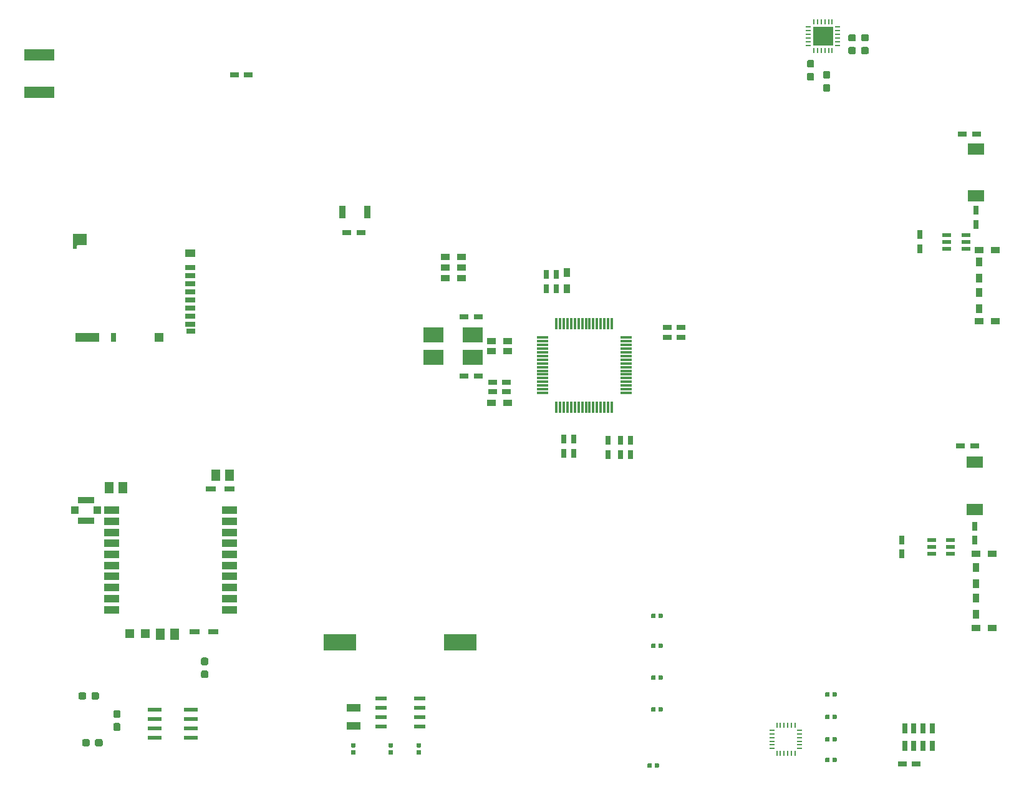
<source format=gbr>
G04 #@! TF.GenerationSoftware,KiCad,Pcbnew,5.0.1-33cea8e~68~ubuntu16.04.1*
G04 #@! TF.CreationDate,2018-10-29T00:17:57-07:00*
G04 #@! TF.ProjectId,integrated-board-design-1,696E74656772617465642D626F617264,rev?*
G04 #@! TF.SameCoordinates,Original*
G04 #@! TF.FileFunction,Paste,Top*
G04 #@! TF.FilePolarity,Positive*
%FSLAX46Y46*%
G04 Gerber Fmt 4.6, Leading zero omitted, Abs format (unit mm)*
G04 Created by KiCad (PCBNEW 5.0.1-33cea8e~68~ubuntu16.04.1) date Mon 29 Oct 2018 12:17:57 AM PDT*
%MOMM*%
%LPD*%
G01*
G04 APERTURE LIST*
%ADD10C,0.100000*%
%ADD11R,1.200000X0.750000*%
%ADD12R,1.400000X0.700000*%
%ADD13R,1.900000X1.500000*%
%ADD14R,1.400000X1.000000*%
%ADD15R,1.200000X1.200000*%
%ADD16R,3.200000X1.200000*%
%ADD17R,1.200000X0.700000*%
%ADD18R,0.500000X0.500000*%
%ADD19R,0.800000X1.200000*%
%ADD20C,0.200000*%
%ADD21R,0.750000X1.200000*%
%ADD22R,2.200000X1.500000*%
%ADD23R,1.200000X0.900000*%
%ADD24R,0.900000X1.200000*%
%ADD25R,1.270000X0.558800*%
%ADD26R,0.650000X1.360000*%
%ADD27R,1.650000X0.610000*%
%ADD28C,0.590000*%
%ADD29R,1.905000X1.092200*%
%ADD30R,4.500000X2.300000*%
%ADD31R,0.290000X0.700000*%
%ADD32R,0.700000X0.290000*%
%ADD33C,0.950000*%
%ADD34R,0.790000X0.260000*%
%ADD35R,0.260000X0.790000*%
%ADD36R,2.700000X2.600000*%
%ADD37R,4.064000X1.524000*%
%ADD38R,2.000000X1.000000*%
%ADD39R,1.240000X1.500000*%
%ADD40R,1.350000X0.800000*%
%ADD41R,1.050000X1.000000*%
%ADD42R,2.200000X0.850000*%
%ADD43R,1.980000X0.530000*%
%ADD44R,1.500000X0.300000*%
%ADD45R,0.300000X1.500000*%
%ADD46R,0.900000X1.700000*%
%ADD47R,2.700000X2.100000*%
G04 APERTURE END LIST*
D10*
G04 #@! TO.C,U1*
G36*
X166271800Y-37002000D02*
X167233000Y-37002000D01*
X167233000Y-37911857D01*
X166271800Y-37911857D01*
X166271800Y-37002000D01*
G37*
G36*
X167493163Y-37002000D02*
X168453000Y-37002000D01*
X168453000Y-37911837D01*
X167493163Y-37911837D01*
X167493163Y-37002000D01*
G37*
G36*
X167493019Y-38172000D02*
X168453000Y-38172000D01*
X168453000Y-39082160D01*
X167493019Y-39082160D01*
X167493019Y-38172000D01*
G37*
G36*
X166271820Y-38172000D02*
X167233000Y-38172000D01*
X167233000Y-39083130D01*
X166271820Y-39083130D01*
X166271820Y-38172000D01*
G37*
G04 #@! TD*
D11*
G04 #@! TO.C,C1*
X178125000Y-136875000D03*
X180025000Y-136875000D03*
G04 #@! TD*
D12*
G04 #@! TO.C,J2*
X81455440Y-69441760D03*
D13*
X66455440Y-65641760D03*
D14*
X81455440Y-67541760D03*
D15*
X77255440Y-78941760D03*
D16*
X67455440Y-78941760D03*
D17*
X81555440Y-78091760D03*
D12*
X81455440Y-70541760D03*
X81455440Y-71641760D03*
X81455440Y-72741760D03*
X81455440Y-73841760D03*
X81455440Y-74941760D03*
X81455440Y-76041760D03*
X81455440Y-77141760D03*
D18*
X65755440Y-66641760D03*
D19*
X71055440Y-78941760D03*
D20*
X66005440Y-66391760D03*
D10*
G36*
X65864019Y-66391760D02*
X66005440Y-66250339D01*
X66146861Y-66391760D01*
X66005440Y-66533181D01*
X65864019Y-66391760D01*
X65864019Y-66391760D01*
G37*
G04 #@! TD*
D21*
G04 #@! TO.C,C16*
X180525000Y-66900000D03*
X180525000Y-65000000D03*
G04 #@! TD*
G04 #@! TO.C,C17*
X188125000Y-61700000D03*
X188125000Y-63600000D03*
G04 #@! TD*
D11*
G04 #@! TO.C,C18*
X188200000Y-51375000D03*
X186300000Y-51375000D03*
G04 #@! TD*
D21*
G04 #@! TO.C,C19*
X178025000Y-108325000D03*
X178025000Y-106425000D03*
G04 #@! TD*
G04 #@! TO.C,C20*
X187971120Y-104567080D03*
X187971120Y-106467080D03*
G04 #@! TD*
D11*
G04 #@! TO.C,C21*
X187940720Y-93678100D03*
X186040720Y-93678100D03*
G04 #@! TD*
D22*
G04 #@! TO.C,L2*
X188098400Y-53349600D03*
X188098400Y-59749600D03*
G04 #@! TD*
G04 #@! TO.C,L3*
X187958420Y-95906080D03*
X187958420Y-102306080D03*
G04 #@! TD*
D23*
G04 #@! TO.C,R5*
X190725000Y-67075000D03*
X188525000Y-67075000D03*
G04 #@! TD*
D24*
G04 #@! TO.C,R6*
X188527260Y-68722680D03*
X188527260Y-70922680D03*
G04 #@! TD*
D23*
G04 #@! TO.C,R7*
X190302840Y-108288180D03*
X188102840Y-108288180D03*
G04 #@! TD*
D24*
G04 #@! TO.C,R8*
X188133680Y-110215860D03*
X188133680Y-112415860D03*
G04 #@! TD*
D25*
G04 #@! TO.C,U3*
X182075780Y-106479700D03*
X182075780Y-107419500D03*
X182075780Y-108359300D03*
X184666580Y-108359300D03*
X184666580Y-107419500D03*
X184666580Y-106479700D03*
G04 #@! TD*
G04 #@! TO.C,U2*
X184154600Y-65035200D03*
X184154600Y-65975000D03*
X184154600Y-66914800D03*
X186745400Y-66914800D03*
X186745400Y-65975000D03*
X186745400Y-65035200D03*
G04 #@! TD*
D24*
G04 #@! TO.C,D4*
X188138760Y-116500180D03*
X188138760Y-114300180D03*
G04 #@! TD*
G04 #@! TO.C,D5*
X188539960Y-75035120D03*
X188539960Y-72835120D03*
G04 #@! TD*
D23*
G04 #@! TO.C,R9*
X190336040Y-118361820D03*
X188136040Y-118361820D03*
G04 #@! TD*
G04 #@! TO.C,R10*
X190742500Y-76759600D03*
X188542500Y-76759600D03*
G04 #@! TD*
D26*
G04 #@! TO.C,U1*
X178439203Y-134408068D03*
X178439203Y-132058068D03*
X179689203Y-134408068D03*
X180939203Y-134408068D03*
X182189203Y-134408068D03*
X182189203Y-132058068D03*
X180939203Y-132058068D03*
X179689203Y-132058068D03*
G04 #@! TD*
D27*
G04 #@! TO.C,IC1*
X112580080Y-127969560D03*
X112580080Y-129239560D03*
X112580080Y-130509560D03*
X112580080Y-131779560D03*
X107320080Y-131779560D03*
X107320080Y-130509560D03*
X107320080Y-129239560D03*
X107320080Y-127969560D03*
G04 #@! TD*
D10*
G04 #@! TO.C,C1*
G36*
X103787038Y-134025270D02*
X103801356Y-134027394D01*
X103815397Y-134030911D01*
X103829026Y-134035788D01*
X103842111Y-134041977D01*
X103854527Y-134049418D01*
X103866153Y-134058041D01*
X103876878Y-134067762D01*
X103886599Y-134078487D01*
X103895222Y-134090113D01*
X103902663Y-134102529D01*
X103908852Y-134115614D01*
X103913729Y-134129243D01*
X103917246Y-134143284D01*
X103919370Y-134157602D01*
X103920080Y-134172060D01*
X103920080Y-134467060D01*
X103919370Y-134481518D01*
X103917246Y-134495836D01*
X103913729Y-134509877D01*
X103908852Y-134523506D01*
X103902663Y-134536591D01*
X103895222Y-134549007D01*
X103886599Y-134560633D01*
X103876878Y-134571358D01*
X103866153Y-134581079D01*
X103854527Y-134589702D01*
X103842111Y-134597143D01*
X103829026Y-134603332D01*
X103815397Y-134608209D01*
X103801356Y-134611726D01*
X103787038Y-134613850D01*
X103772580Y-134614560D01*
X103427580Y-134614560D01*
X103413122Y-134613850D01*
X103398804Y-134611726D01*
X103384763Y-134608209D01*
X103371134Y-134603332D01*
X103358049Y-134597143D01*
X103345633Y-134589702D01*
X103334007Y-134581079D01*
X103323282Y-134571358D01*
X103313561Y-134560633D01*
X103304938Y-134549007D01*
X103297497Y-134536591D01*
X103291308Y-134523506D01*
X103286431Y-134509877D01*
X103282914Y-134495836D01*
X103280790Y-134481518D01*
X103280080Y-134467060D01*
X103280080Y-134172060D01*
X103280790Y-134157602D01*
X103282914Y-134143284D01*
X103286431Y-134129243D01*
X103291308Y-134115614D01*
X103297497Y-134102529D01*
X103304938Y-134090113D01*
X103313561Y-134078487D01*
X103323282Y-134067762D01*
X103334007Y-134058041D01*
X103345633Y-134049418D01*
X103358049Y-134041977D01*
X103371134Y-134035788D01*
X103384763Y-134030911D01*
X103398804Y-134027394D01*
X103413122Y-134025270D01*
X103427580Y-134024560D01*
X103772580Y-134024560D01*
X103787038Y-134025270D01*
X103787038Y-134025270D01*
G37*
D28*
X103600080Y-134319560D03*
D10*
G36*
X103787038Y-134995270D02*
X103801356Y-134997394D01*
X103815397Y-135000911D01*
X103829026Y-135005788D01*
X103842111Y-135011977D01*
X103854527Y-135019418D01*
X103866153Y-135028041D01*
X103876878Y-135037762D01*
X103886599Y-135048487D01*
X103895222Y-135060113D01*
X103902663Y-135072529D01*
X103908852Y-135085614D01*
X103913729Y-135099243D01*
X103917246Y-135113284D01*
X103919370Y-135127602D01*
X103920080Y-135142060D01*
X103920080Y-135437060D01*
X103919370Y-135451518D01*
X103917246Y-135465836D01*
X103913729Y-135479877D01*
X103908852Y-135493506D01*
X103902663Y-135506591D01*
X103895222Y-135519007D01*
X103886599Y-135530633D01*
X103876878Y-135541358D01*
X103866153Y-135551079D01*
X103854527Y-135559702D01*
X103842111Y-135567143D01*
X103829026Y-135573332D01*
X103815397Y-135578209D01*
X103801356Y-135581726D01*
X103787038Y-135583850D01*
X103772580Y-135584560D01*
X103427580Y-135584560D01*
X103413122Y-135583850D01*
X103398804Y-135581726D01*
X103384763Y-135578209D01*
X103371134Y-135573332D01*
X103358049Y-135567143D01*
X103345633Y-135559702D01*
X103334007Y-135551079D01*
X103323282Y-135541358D01*
X103313561Y-135530633D01*
X103304938Y-135519007D01*
X103297497Y-135506591D01*
X103291308Y-135493506D01*
X103286431Y-135479877D01*
X103282914Y-135465836D01*
X103280790Y-135451518D01*
X103280080Y-135437060D01*
X103280080Y-135142060D01*
X103280790Y-135127602D01*
X103282914Y-135113284D01*
X103286431Y-135099243D01*
X103291308Y-135085614D01*
X103297497Y-135072529D01*
X103304938Y-135060113D01*
X103313561Y-135048487D01*
X103323282Y-135037762D01*
X103334007Y-135028041D01*
X103345633Y-135019418D01*
X103358049Y-135011977D01*
X103371134Y-135005788D01*
X103384763Y-135000911D01*
X103398804Y-134997394D01*
X103413122Y-134995270D01*
X103427580Y-134994560D01*
X103772580Y-134994560D01*
X103787038Y-134995270D01*
X103787038Y-134995270D01*
G37*
D28*
X103600080Y-135289560D03*
G04 #@! TD*
D10*
G04 #@! TO.C,C2*
G36*
X108867038Y-134995270D02*
X108881356Y-134997394D01*
X108895397Y-135000911D01*
X108909026Y-135005788D01*
X108922111Y-135011977D01*
X108934527Y-135019418D01*
X108946153Y-135028041D01*
X108956878Y-135037762D01*
X108966599Y-135048487D01*
X108975222Y-135060113D01*
X108982663Y-135072529D01*
X108988852Y-135085614D01*
X108993729Y-135099243D01*
X108997246Y-135113284D01*
X108999370Y-135127602D01*
X109000080Y-135142060D01*
X109000080Y-135437060D01*
X108999370Y-135451518D01*
X108997246Y-135465836D01*
X108993729Y-135479877D01*
X108988852Y-135493506D01*
X108982663Y-135506591D01*
X108975222Y-135519007D01*
X108966599Y-135530633D01*
X108956878Y-135541358D01*
X108946153Y-135551079D01*
X108934527Y-135559702D01*
X108922111Y-135567143D01*
X108909026Y-135573332D01*
X108895397Y-135578209D01*
X108881356Y-135581726D01*
X108867038Y-135583850D01*
X108852580Y-135584560D01*
X108507580Y-135584560D01*
X108493122Y-135583850D01*
X108478804Y-135581726D01*
X108464763Y-135578209D01*
X108451134Y-135573332D01*
X108438049Y-135567143D01*
X108425633Y-135559702D01*
X108414007Y-135551079D01*
X108403282Y-135541358D01*
X108393561Y-135530633D01*
X108384938Y-135519007D01*
X108377497Y-135506591D01*
X108371308Y-135493506D01*
X108366431Y-135479877D01*
X108362914Y-135465836D01*
X108360790Y-135451518D01*
X108360080Y-135437060D01*
X108360080Y-135142060D01*
X108360790Y-135127602D01*
X108362914Y-135113284D01*
X108366431Y-135099243D01*
X108371308Y-135085614D01*
X108377497Y-135072529D01*
X108384938Y-135060113D01*
X108393561Y-135048487D01*
X108403282Y-135037762D01*
X108414007Y-135028041D01*
X108425633Y-135019418D01*
X108438049Y-135011977D01*
X108451134Y-135005788D01*
X108464763Y-135000911D01*
X108478804Y-134997394D01*
X108493122Y-134995270D01*
X108507580Y-134994560D01*
X108852580Y-134994560D01*
X108867038Y-134995270D01*
X108867038Y-134995270D01*
G37*
D28*
X108680080Y-135289560D03*
D10*
G36*
X108867038Y-134025270D02*
X108881356Y-134027394D01*
X108895397Y-134030911D01*
X108909026Y-134035788D01*
X108922111Y-134041977D01*
X108934527Y-134049418D01*
X108946153Y-134058041D01*
X108956878Y-134067762D01*
X108966599Y-134078487D01*
X108975222Y-134090113D01*
X108982663Y-134102529D01*
X108988852Y-134115614D01*
X108993729Y-134129243D01*
X108997246Y-134143284D01*
X108999370Y-134157602D01*
X109000080Y-134172060D01*
X109000080Y-134467060D01*
X108999370Y-134481518D01*
X108997246Y-134495836D01*
X108993729Y-134509877D01*
X108988852Y-134523506D01*
X108982663Y-134536591D01*
X108975222Y-134549007D01*
X108966599Y-134560633D01*
X108956878Y-134571358D01*
X108946153Y-134581079D01*
X108934527Y-134589702D01*
X108922111Y-134597143D01*
X108909026Y-134603332D01*
X108895397Y-134608209D01*
X108881356Y-134611726D01*
X108867038Y-134613850D01*
X108852580Y-134614560D01*
X108507580Y-134614560D01*
X108493122Y-134613850D01*
X108478804Y-134611726D01*
X108464763Y-134608209D01*
X108451134Y-134603332D01*
X108438049Y-134597143D01*
X108425633Y-134589702D01*
X108414007Y-134581079D01*
X108403282Y-134571358D01*
X108393561Y-134560633D01*
X108384938Y-134549007D01*
X108377497Y-134536591D01*
X108371308Y-134523506D01*
X108366431Y-134509877D01*
X108362914Y-134495836D01*
X108360790Y-134481518D01*
X108360080Y-134467060D01*
X108360080Y-134172060D01*
X108360790Y-134157602D01*
X108362914Y-134143284D01*
X108366431Y-134129243D01*
X108371308Y-134115614D01*
X108377497Y-134102529D01*
X108384938Y-134090113D01*
X108393561Y-134078487D01*
X108403282Y-134067762D01*
X108414007Y-134058041D01*
X108425633Y-134049418D01*
X108438049Y-134041977D01*
X108451134Y-134035788D01*
X108464763Y-134030911D01*
X108478804Y-134027394D01*
X108493122Y-134025270D01*
X108507580Y-134024560D01*
X108852580Y-134024560D01*
X108867038Y-134025270D01*
X108867038Y-134025270D01*
G37*
D28*
X108680080Y-134319560D03*
G04 #@! TD*
D29*
G04 #@! TO.C,Q1*
X103600080Y-131677960D03*
X103600080Y-129239560D03*
G04 #@! TD*
D10*
G04 #@! TO.C,R3*
G36*
X112677038Y-134025270D02*
X112691356Y-134027394D01*
X112705397Y-134030911D01*
X112719026Y-134035788D01*
X112732111Y-134041977D01*
X112744527Y-134049418D01*
X112756153Y-134058041D01*
X112766878Y-134067762D01*
X112776599Y-134078487D01*
X112785222Y-134090113D01*
X112792663Y-134102529D01*
X112798852Y-134115614D01*
X112803729Y-134129243D01*
X112807246Y-134143284D01*
X112809370Y-134157602D01*
X112810080Y-134172060D01*
X112810080Y-134467060D01*
X112809370Y-134481518D01*
X112807246Y-134495836D01*
X112803729Y-134509877D01*
X112798852Y-134523506D01*
X112792663Y-134536591D01*
X112785222Y-134549007D01*
X112776599Y-134560633D01*
X112766878Y-134571358D01*
X112756153Y-134581079D01*
X112744527Y-134589702D01*
X112732111Y-134597143D01*
X112719026Y-134603332D01*
X112705397Y-134608209D01*
X112691356Y-134611726D01*
X112677038Y-134613850D01*
X112662580Y-134614560D01*
X112317580Y-134614560D01*
X112303122Y-134613850D01*
X112288804Y-134611726D01*
X112274763Y-134608209D01*
X112261134Y-134603332D01*
X112248049Y-134597143D01*
X112235633Y-134589702D01*
X112224007Y-134581079D01*
X112213282Y-134571358D01*
X112203561Y-134560633D01*
X112194938Y-134549007D01*
X112187497Y-134536591D01*
X112181308Y-134523506D01*
X112176431Y-134509877D01*
X112172914Y-134495836D01*
X112170790Y-134481518D01*
X112170080Y-134467060D01*
X112170080Y-134172060D01*
X112170790Y-134157602D01*
X112172914Y-134143284D01*
X112176431Y-134129243D01*
X112181308Y-134115614D01*
X112187497Y-134102529D01*
X112194938Y-134090113D01*
X112203561Y-134078487D01*
X112213282Y-134067762D01*
X112224007Y-134058041D01*
X112235633Y-134049418D01*
X112248049Y-134041977D01*
X112261134Y-134035788D01*
X112274763Y-134030911D01*
X112288804Y-134027394D01*
X112303122Y-134025270D01*
X112317580Y-134024560D01*
X112662580Y-134024560D01*
X112677038Y-134025270D01*
X112677038Y-134025270D01*
G37*
D28*
X112490080Y-134319560D03*
D10*
G36*
X112677038Y-134995270D02*
X112691356Y-134997394D01*
X112705397Y-135000911D01*
X112719026Y-135005788D01*
X112732111Y-135011977D01*
X112744527Y-135019418D01*
X112756153Y-135028041D01*
X112766878Y-135037762D01*
X112776599Y-135048487D01*
X112785222Y-135060113D01*
X112792663Y-135072529D01*
X112798852Y-135085614D01*
X112803729Y-135099243D01*
X112807246Y-135113284D01*
X112809370Y-135127602D01*
X112810080Y-135142060D01*
X112810080Y-135437060D01*
X112809370Y-135451518D01*
X112807246Y-135465836D01*
X112803729Y-135479877D01*
X112798852Y-135493506D01*
X112792663Y-135506591D01*
X112785222Y-135519007D01*
X112776599Y-135530633D01*
X112766878Y-135541358D01*
X112756153Y-135551079D01*
X112744527Y-135559702D01*
X112732111Y-135567143D01*
X112719026Y-135573332D01*
X112705397Y-135578209D01*
X112691356Y-135581726D01*
X112677038Y-135583850D01*
X112662580Y-135584560D01*
X112317580Y-135584560D01*
X112303122Y-135583850D01*
X112288804Y-135581726D01*
X112274763Y-135578209D01*
X112261134Y-135573332D01*
X112248049Y-135567143D01*
X112235633Y-135559702D01*
X112224007Y-135551079D01*
X112213282Y-135541358D01*
X112203561Y-135530633D01*
X112194938Y-135519007D01*
X112187497Y-135506591D01*
X112181308Y-135493506D01*
X112176431Y-135479877D01*
X112172914Y-135465836D01*
X112170790Y-135451518D01*
X112170080Y-135437060D01*
X112170080Y-135142060D01*
X112170790Y-135127602D01*
X112172914Y-135113284D01*
X112176431Y-135099243D01*
X112181308Y-135085614D01*
X112187497Y-135072529D01*
X112194938Y-135060113D01*
X112203561Y-135048487D01*
X112213282Y-135037762D01*
X112224007Y-135028041D01*
X112235633Y-135019418D01*
X112248049Y-135011977D01*
X112261134Y-135005788D01*
X112274763Y-135000911D01*
X112288804Y-134997394D01*
X112303122Y-134995270D01*
X112317580Y-134994560D01*
X112662580Y-134994560D01*
X112677038Y-134995270D01*
X112677038Y-134995270D01*
G37*
D28*
X112490080Y-135289560D03*
G04 #@! TD*
D30*
G04 #@! TO.C,B1*
X118150080Y-120349560D03*
X101750080Y-120349560D03*
G04 #@! TD*
D10*
G04 #@! TO.C,C1*
G36*
X168106258Y-127103870D02*
X168120576Y-127105994D01*
X168134617Y-127109511D01*
X168148246Y-127114388D01*
X168161331Y-127120577D01*
X168173747Y-127128018D01*
X168185373Y-127136641D01*
X168196098Y-127146362D01*
X168205819Y-127157087D01*
X168214442Y-127168713D01*
X168221883Y-127181129D01*
X168228072Y-127194214D01*
X168232949Y-127207843D01*
X168236466Y-127221884D01*
X168238590Y-127236202D01*
X168239300Y-127250660D01*
X168239300Y-127595660D01*
X168238590Y-127610118D01*
X168236466Y-127624436D01*
X168232949Y-127638477D01*
X168228072Y-127652106D01*
X168221883Y-127665191D01*
X168214442Y-127677607D01*
X168205819Y-127689233D01*
X168196098Y-127699958D01*
X168185373Y-127709679D01*
X168173747Y-127718302D01*
X168161331Y-127725743D01*
X168148246Y-127731932D01*
X168134617Y-127736809D01*
X168120576Y-127740326D01*
X168106258Y-127742450D01*
X168091800Y-127743160D01*
X167796800Y-127743160D01*
X167782342Y-127742450D01*
X167768024Y-127740326D01*
X167753983Y-127736809D01*
X167740354Y-127731932D01*
X167727269Y-127725743D01*
X167714853Y-127718302D01*
X167703227Y-127709679D01*
X167692502Y-127699958D01*
X167682781Y-127689233D01*
X167674158Y-127677607D01*
X167666717Y-127665191D01*
X167660528Y-127652106D01*
X167655651Y-127638477D01*
X167652134Y-127624436D01*
X167650010Y-127610118D01*
X167649300Y-127595660D01*
X167649300Y-127250660D01*
X167650010Y-127236202D01*
X167652134Y-127221884D01*
X167655651Y-127207843D01*
X167660528Y-127194214D01*
X167666717Y-127181129D01*
X167674158Y-127168713D01*
X167682781Y-127157087D01*
X167692502Y-127146362D01*
X167703227Y-127136641D01*
X167714853Y-127128018D01*
X167727269Y-127120577D01*
X167740354Y-127114388D01*
X167753983Y-127109511D01*
X167768024Y-127105994D01*
X167782342Y-127103870D01*
X167796800Y-127103160D01*
X168091800Y-127103160D01*
X168106258Y-127103870D01*
X168106258Y-127103870D01*
G37*
D28*
X167944300Y-127423160D03*
D10*
G36*
X169076258Y-127103870D02*
X169090576Y-127105994D01*
X169104617Y-127109511D01*
X169118246Y-127114388D01*
X169131331Y-127120577D01*
X169143747Y-127128018D01*
X169155373Y-127136641D01*
X169166098Y-127146362D01*
X169175819Y-127157087D01*
X169184442Y-127168713D01*
X169191883Y-127181129D01*
X169198072Y-127194214D01*
X169202949Y-127207843D01*
X169206466Y-127221884D01*
X169208590Y-127236202D01*
X169209300Y-127250660D01*
X169209300Y-127595660D01*
X169208590Y-127610118D01*
X169206466Y-127624436D01*
X169202949Y-127638477D01*
X169198072Y-127652106D01*
X169191883Y-127665191D01*
X169184442Y-127677607D01*
X169175819Y-127689233D01*
X169166098Y-127699958D01*
X169155373Y-127709679D01*
X169143747Y-127718302D01*
X169131331Y-127725743D01*
X169118246Y-127731932D01*
X169104617Y-127736809D01*
X169090576Y-127740326D01*
X169076258Y-127742450D01*
X169061800Y-127743160D01*
X168766800Y-127743160D01*
X168752342Y-127742450D01*
X168738024Y-127740326D01*
X168723983Y-127736809D01*
X168710354Y-127731932D01*
X168697269Y-127725743D01*
X168684853Y-127718302D01*
X168673227Y-127709679D01*
X168662502Y-127699958D01*
X168652781Y-127689233D01*
X168644158Y-127677607D01*
X168636717Y-127665191D01*
X168630528Y-127652106D01*
X168625651Y-127638477D01*
X168622134Y-127624436D01*
X168620010Y-127610118D01*
X168619300Y-127595660D01*
X168619300Y-127250660D01*
X168620010Y-127236202D01*
X168622134Y-127221884D01*
X168625651Y-127207843D01*
X168630528Y-127194214D01*
X168636717Y-127181129D01*
X168644158Y-127168713D01*
X168652781Y-127157087D01*
X168662502Y-127146362D01*
X168673227Y-127136641D01*
X168684853Y-127128018D01*
X168697269Y-127120577D01*
X168710354Y-127114388D01*
X168723983Y-127109511D01*
X168738024Y-127105994D01*
X168752342Y-127103870D01*
X168766800Y-127103160D01*
X169061800Y-127103160D01*
X169076258Y-127103870D01*
X169076258Y-127103870D01*
G37*
D28*
X168914300Y-127423160D03*
G04 #@! TD*
D10*
G04 #@! TO.C,C2*
G36*
X169076258Y-130151870D02*
X169090576Y-130153994D01*
X169104617Y-130157511D01*
X169118246Y-130162388D01*
X169131331Y-130168577D01*
X169143747Y-130176018D01*
X169155373Y-130184641D01*
X169166098Y-130194362D01*
X169175819Y-130205087D01*
X169184442Y-130216713D01*
X169191883Y-130229129D01*
X169198072Y-130242214D01*
X169202949Y-130255843D01*
X169206466Y-130269884D01*
X169208590Y-130284202D01*
X169209300Y-130298660D01*
X169209300Y-130643660D01*
X169208590Y-130658118D01*
X169206466Y-130672436D01*
X169202949Y-130686477D01*
X169198072Y-130700106D01*
X169191883Y-130713191D01*
X169184442Y-130725607D01*
X169175819Y-130737233D01*
X169166098Y-130747958D01*
X169155373Y-130757679D01*
X169143747Y-130766302D01*
X169131331Y-130773743D01*
X169118246Y-130779932D01*
X169104617Y-130784809D01*
X169090576Y-130788326D01*
X169076258Y-130790450D01*
X169061800Y-130791160D01*
X168766800Y-130791160D01*
X168752342Y-130790450D01*
X168738024Y-130788326D01*
X168723983Y-130784809D01*
X168710354Y-130779932D01*
X168697269Y-130773743D01*
X168684853Y-130766302D01*
X168673227Y-130757679D01*
X168662502Y-130747958D01*
X168652781Y-130737233D01*
X168644158Y-130725607D01*
X168636717Y-130713191D01*
X168630528Y-130700106D01*
X168625651Y-130686477D01*
X168622134Y-130672436D01*
X168620010Y-130658118D01*
X168619300Y-130643660D01*
X168619300Y-130298660D01*
X168620010Y-130284202D01*
X168622134Y-130269884D01*
X168625651Y-130255843D01*
X168630528Y-130242214D01*
X168636717Y-130229129D01*
X168644158Y-130216713D01*
X168652781Y-130205087D01*
X168662502Y-130194362D01*
X168673227Y-130184641D01*
X168684853Y-130176018D01*
X168697269Y-130168577D01*
X168710354Y-130162388D01*
X168723983Y-130157511D01*
X168738024Y-130153994D01*
X168752342Y-130151870D01*
X168766800Y-130151160D01*
X169061800Y-130151160D01*
X169076258Y-130151870D01*
X169076258Y-130151870D01*
G37*
D28*
X168914300Y-130471160D03*
D10*
G36*
X168106258Y-130151870D02*
X168120576Y-130153994D01*
X168134617Y-130157511D01*
X168148246Y-130162388D01*
X168161331Y-130168577D01*
X168173747Y-130176018D01*
X168185373Y-130184641D01*
X168196098Y-130194362D01*
X168205819Y-130205087D01*
X168214442Y-130216713D01*
X168221883Y-130229129D01*
X168228072Y-130242214D01*
X168232949Y-130255843D01*
X168236466Y-130269884D01*
X168238590Y-130284202D01*
X168239300Y-130298660D01*
X168239300Y-130643660D01*
X168238590Y-130658118D01*
X168236466Y-130672436D01*
X168232949Y-130686477D01*
X168228072Y-130700106D01*
X168221883Y-130713191D01*
X168214442Y-130725607D01*
X168205819Y-130737233D01*
X168196098Y-130747958D01*
X168185373Y-130757679D01*
X168173747Y-130766302D01*
X168161331Y-130773743D01*
X168148246Y-130779932D01*
X168134617Y-130784809D01*
X168120576Y-130788326D01*
X168106258Y-130790450D01*
X168091800Y-130791160D01*
X167796800Y-130791160D01*
X167782342Y-130790450D01*
X167768024Y-130788326D01*
X167753983Y-130784809D01*
X167740354Y-130779932D01*
X167727269Y-130773743D01*
X167714853Y-130766302D01*
X167703227Y-130757679D01*
X167692502Y-130747958D01*
X167682781Y-130737233D01*
X167674158Y-130725607D01*
X167666717Y-130713191D01*
X167660528Y-130700106D01*
X167655651Y-130686477D01*
X167652134Y-130672436D01*
X167650010Y-130658118D01*
X167649300Y-130643660D01*
X167649300Y-130298660D01*
X167650010Y-130284202D01*
X167652134Y-130269884D01*
X167655651Y-130255843D01*
X167660528Y-130242214D01*
X167666717Y-130229129D01*
X167674158Y-130216713D01*
X167682781Y-130205087D01*
X167692502Y-130194362D01*
X167703227Y-130184641D01*
X167714853Y-130176018D01*
X167727269Y-130168577D01*
X167740354Y-130162388D01*
X167753983Y-130157511D01*
X167768024Y-130153994D01*
X167782342Y-130151870D01*
X167796800Y-130151160D01*
X168091800Y-130151160D01*
X168106258Y-130151870D01*
X168106258Y-130151870D01*
G37*
D28*
X167944300Y-130471160D03*
G04 #@! TD*
D10*
G04 #@! TO.C,C3*
G36*
X143976258Y-136755870D02*
X143990576Y-136757994D01*
X144004617Y-136761511D01*
X144018246Y-136766388D01*
X144031331Y-136772577D01*
X144043747Y-136780018D01*
X144055373Y-136788641D01*
X144066098Y-136798362D01*
X144075819Y-136809087D01*
X144084442Y-136820713D01*
X144091883Y-136833129D01*
X144098072Y-136846214D01*
X144102949Y-136859843D01*
X144106466Y-136873884D01*
X144108590Y-136888202D01*
X144109300Y-136902660D01*
X144109300Y-137247660D01*
X144108590Y-137262118D01*
X144106466Y-137276436D01*
X144102949Y-137290477D01*
X144098072Y-137304106D01*
X144091883Y-137317191D01*
X144084442Y-137329607D01*
X144075819Y-137341233D01*
X144066098Y-137351958D01*
X144055373Y-137361679D01*
X144043747Y-137370302D01*
X144031331Y-137377743D01*
X144018246Y-137383932D01*
X144004617Y-137388809D01*
X143990576Y-137392326D01*
X143976258Y-137394450D01*
X143961800Y-137395160D01*
X143666800Y-137395160D01*
X143652342Y-137394450D01*
X143638024Y-137392326D01*
X143623983Y-137388809D01*
X143610354Y-137383932D01*
X143597269Y-137377743D01*
X143584853Y-137370302D01*
X143573227Y-137361679D01*
X143562502Y-137351958D01*
X143552781Y-137341233D01*
X143544158Y-137329607D01*
X143536717Y-137317191D01*
X143530528Y-137304106D01*
X143525651Y-137290477D01*
X143522134Y-137276436D01*
X143520010Y-137262118D01*
X143519300Y-137247660D01*
X143519300Y-136902660D01*
X143520010Y-136888202D01*
X143522134Y-136873884D01*
X143525651Y-136859843D01*
X143530528Y-136846214D01*
X143536717Y-136833129D01*
X143544158Y-136820713D01*
X143552781Y-136809087D01*
X143562502Y-136798362D01*
X143573227Y-136788641D01*
X143584853Y-136780018D01*
X143597269Y-136772577D01*
X143610354Y-136766388D01*
X143623983Y-136761511D01*
X143638024Y-136757994D01*
X143652342Y-136755870D01*
X143666800Y-136755160D01*
X143961800Y-136755160D01*
X143976258Y-136755870D01*
X143976258Y-136755870D01*
G37*
D28*
X143814300Y-137075160D03*
D10*
G36*
X144946258Y-136755870D02*
X144960576Y-136757994D01*
X144974617Y-136761511D01*
X144988246Y-136766388D01*
X145001331Y-136772577D01*
X145013747Y-136780018D01*
X145025373Y-136788641D01*
X145036098Y-136798362D01*
X145045819Y-136809087D01*
X145054442Y-136820713D01*
X145061883Y-136833129D01*
X145068072Y-136846214D01*
X145072949Y-136859843D01*
X145076466Y-136873884D01*
X145078590Y-136888202D01*
X145079300Y-136902660D01*
X145079300Y-137247660D01*
X145078590Y-137262118D01*
X145076466Y-137276436D01*
X145072949Y-137290477D01*
X145068072Y-137304106D01*
X145061883Y-137317191D01*
X145054442Y-137329607D01*
X145045819Y-137341233D01*
X145036098Y-137351958D01*
X145025373Y-137361679D01*
X145013747Y-137370302D01*
X145001331Y-137377743D01*
X144988246Y-137383932D01*
X144974617Y-137388809D01*
X144960576Y-137392326D01*
X144946258Y-137394450D01*
X144931800Y-137395160D01*
X144636800Y-137395160D01*
X144622342Y-137394450D01*
X144608024Y-137392326D01*
X144593983Y-137388809D01*
X144580354Y-137383932D01*
X144567269Y-137377743D01*
X144554853Y-137370302D01*
X144543227Y-137361679D01*
X144532502Y-137351958D01*
X144522781Y-137341233D01*
X144514158Y-137329607D01*
X144506717Y-137317191D01*
X144500528Y-137304106D01*
X144495651Y-137290477D01*
X144492134Y-137276436D01*
X144490010Y-137262118D01*
X144489300Y-137247660D01*
X144489300Y-136902660D01*
X144490010Y-136888202D01*
X144492134Y-136873884D01*
X144495651Y-136859843D01*
X144500528Y-136846214D01*
X144506717Y-136833129D01*
X144514158Y-136820713D01*
X144522781Y-136809087D01*
X144532502Y-136798362D01*
X144543227Y-136788641D01*
X144554853Y-136780018D01*
X144567269Y-136772577D01*
X144580354Y-136766388D01*
X144593983Y-136761511D01*
X144608024Y-136757994D01*
X144622342Y-136755870D01*
X144636800Y-136755160D01*
X144931800Y-136755160D01*
X144946258Y-136755870D01*
X144946258Y-136755870D01*
G37*
D28*
X144784300Y-137075160D03*
G04 #@! TD*
D10*
G04 #@! TO.C,D1*
G36*
X144484258Y-124817870D02*
X144498576Y-124819994D01*
X144512617Y-124823511D01*
X144526246Y-124828388D01*
X144539331Y-124834577D01*
X144551747Y-124842018D01*
X144563373Y-124850641D01*
X144574098Y-124860362D01*
X144583819Y-124871087D01*
X144592442Y-124882713D01*
X144599883Y-124895129D01*
X144606072Y-124908214D01*
X144610949Y-124921843D01*
X144614466Y-124935884D01*
X144616590Y-124950202D01*
X144617300Y-124964660D01*
X144617300Y-125309660D01*
X144616590Y-125324118D01*
X144614466Y-125338436D01*
X144610949Y-125352477D01*
X144606072Y-125366106D01*
X144599883Y-125379191D01*
X144592442Y-125391607D01*
X144583819Y-125403233D01*
X144574098Y-125413958D01*
X144563373Y-125423679D01*
X144551747Y-125432302D01*
X144539331Y-125439743D01*
X144526246Y-125445932D01*
X144512617Y-125450809D01*
X144498576Y-125454326D01*
X144484258Y-125456450D01*
X144469800Y-125457160D01*
X144174800Y-125457160D01*
X144160342Y-125456450D01*
X144146024Y-125454326D01*
X144131983Y-125450809D01*
X144118354Y-125445932D01*
X144105269Y-125439743D01*
X144092853Y-125432302D01*
X144081227Y-125423679D01*
X144070502Y-125413958D01*
X144060781Y-125403233D01*
X144052158Y-125391607D01*
X144044717Y-125379191D01*
X144038528Y-125366106D01*
X144033651Y-125352477D01*
X144030134Y-125338436D01*
X144028010Y-125324118D01*
X144027300Y-125309660D01*
X144027300Y-124964660D01*
X144028010Y-124950202D01*
X144030134Y-124935884D01*
X144033651Y-124921843D01*
X144038528Y-124908214D01*
X144044717Y-124895129D01*
X144052158Y-124882713D01*
X144060781Y-124871087D01*
X144070502Y-124860362D01*
X144081227Y-124850641D01*
X144092853Y-124842018D01*
X144105269Y-124834577D01*
X144118354Y-124828388D01*
X144131983Y-124823511D01*
X144146024Y-124819994D01*
X144160342Y-124817870D01*
X144174800Y-124817160D01*
X144469800Y-124817160D01*
X144484258Y-124817870D01*
X144484258Y-124817870D01*
G37*
D28*
X144322300Y-125137160D03*
D10*
G36*
X145454258Y-124817870D02*
X145468576Y-124819994D01*
X145482617Y-124823511D01*
X145496246Y-124828388D01*
X145509331Y-124834577D01*
X145521747Y-124842018D01*
X145533373Y-124850641D01*
X145544098Y-124860362D01*
X145553819Y-124871087D01*
X145562442Y-124882713D01*
X145569883Y-124895129D01*
X145576072Y-124908214D01*
X145580949Y-124921843D01*
X145584466Y-124935884D01*
X145586590Y-124950202D01*
X145587300Y-124964660D01*
X145587300Y-125309660D01*
X145586590Y-125324118D01*
X145584466Y-125338436D01*
X145580949Y-125352477D01*
X145576072Y-125366106D01*
X145569883Y-125379191D01*
X145562442Y-125391607D01*
X145553819Y-125403233D01*
X145544098Y-125413958D01*
X145533373Y-125423679D01*
X145521747Y-125432302D01*
X145509331Y-125439743D01*
X145496246Y-125445932D01*
X145482617Y-125450809D01*
X145468576Y-125454326D01*
X145454258Y-125456450D01*
X145439800Y-125457160D01*
X145144800Y-125457160D01*
X145130342Y-125456450D01*
X145116024Y-125454326D01*
X145101983Y-125450809D01*
X145088354Y-125445932D01*
X145075269Y-125439743D01*
X145062853Y-125432302D01*
X145051227Y-125423679D01*
X145040502Y-125413958D01*
X145030781Y-125403233D01*
X145022158Y-125391607D01*
X145014717Y-125379191D01*
X145008528Y-125366106D01*
X145003651Y-125352477D01*
X145000134Y-125338436D01*
X144998010Y-125324118D01*
X144997300Y-125309660D01*
X144997300Y-124964660D01*
X144998010Y-124950202D01*
X145000134Y-124935884D01*
X145003651Y-124921843D01*
X145008528Y-124908214D01*
X145014717Y-124895129D01*
X145022158Y-124882713D01*
X145030781Y-124871087D01*
X145040502Y-124860362D01*
X145051227Y-124850641D01*
X145062853Y-124842018D01*
X145075269Y-124834577D01*
X145088354Y-124828388D01*
X145101983Y-124823511D01*
X145116024Y-124819994D01*
X145130342Y-124817870D01*
X145144800Y-124817160D01*
X145439800Y-124817160D01*
X145454258Y-124817870D01*
X145454258Y-124817870D01*
G37*
D28*
X145292300Y-125137160D03*
G04 #@! TD*
D10*
G04 #@! TO.C,D2*
G36*
X145454258Y-120499870D02*
X145468576Y-120501994D01*
X145482617Y-120505511D01*
X145496246Y-120510388D01*
X145509331Y-120516577D01*
X145521747Y-120524018D01*
X145533373Y-120532641D01*
X145544098Y-120542362D01*
X145553819Y-120553087D01*
X145562442Y-120564713D01*
X145569883Y-120577129D01*
X145576072Y-120590214D01*
X145580949Y-120603843D01*
X145584466Y-120617884D01*
X145586590Y-120632202D01*
X145587300Y-120646660D01*
X145587300Y-120991660D01*
X145586590Y-121006118D01*
X145584466Y-121020436D01*
X145580949Y-121034477D01*
X145576072Y-121048106D01*
X145569883Y-121061191D01*
X145562442Y-121073607D01*
X145553819Y-121085233D01*
X145544098Y-121095958D01*
X145533373Y-121105679D01*
X145521747Y-121114302D01*
X145509331Y-121121743D01*
X145496246Y-121127932D01*
X145482617Y-121132809D01*
X145468576Y-121136326D01*
X145454258Y-121138450D01*
X145439800Y-121139160D01*
X145144800Y-121139160D01*
X145130342Y-121138450D01*
X145116024Y-121136326D01*
X145101983Y-121132809D01*
X145088354Y-121127932D01*
X145075269Y-121121743D01*
X145062853Y-121114302D01*
X145051227Y-121105679D01*
X145040502Y-121095958D01*
X145030781Y-121085233D01*
X145022158Y-121073607D01*
X145014717Y-121061191D01*
X145008528Y-121048106D01*
X145003651Y-121034477D01*
X145000134Y-121020436D01*
X144998010Y-121006118D01*
X144997300Y-120991660D01*
X144997300Y-120646660D01*
X144998010Y-120632202D01*
X145000134Y-120617884D01*
X145003651Y-120603843D01*
X145008528Y-120590214D01*
X145014717Y-120577129D01*
X145022158Y-120564713D01*
X145030781Y-120553087D01*
X145040502Y-120542362D01*
X145051227Y-120532641D01*
X145062853Y-120524018D01*
X145075269Y-120516577D01*
X145088354Y-120510388D01*
X145101983Y-120505511D01*
X145116024Y-120501994D01*
X145130342Y-120499870D01*
X145144800Y-120499160D01*
X145439800Y-120499160D01*
X145454258Y-120499870D01*
X145454258Y-120499870D01*
G37*
D28*
X145292300Y-120819160D03*
D10*
G36*
X144484258Y-120499870D02*
X144498576Y-120501994D01*
X144512617Y-120505511D01*
X144526246Y-120510388D01*
X144539331Y-120516577D01*
X144551747Y-120524018D01*
X144563373Y-120532641D01*
X144574098Y-120542362D01*
X144583819Y-120553087D01*
X144592442Y-120564713D01*
X144599883Y-120577129D01*
X144606072Y-120590214D01*
X144610949Y-120603843D01*
X144614466Y-120617884D01*
X144616590Y-120632202D01*
X144617300Y-120646660D01*
X144617300Y-120991660D01*
X144616590Y-121006118D01*
X144614466Y-121020436D01*
X144610949Y-121034477D01*
X144606072Y-121048106D01*
X144599883Y-121061191D01*
X144592442Y-121073607D01*
X144583819Y-121085233D01*
X144574098Y-121095958D01*
X144563373Y-121105679D01*
X144551747Y-121114302D01*
X144539331Y-121121743D01*
X144526246Y-121127932D01*
X144512617Y-121132809D01*
X144498576Y-121136326D01*
X144484258Y-121138450D01*
X144469800Y-121139160D01*
X144174800Y-121139160D01*
X144160342Y-121138450D01*
X144146024Y-121136326D01*
X144131983Y-121132809D01*
X144118354Y-121127932D01*
X144105269Y-121121743D01*
X144092853Y-121114302D01*
X144081227Y-121105679D01*
X144070502Y-121095958D01*
X144060781Y-121085233D01*
X144052158Y-121073607D01*
X144044717Y-121061191D01*
X144038528Y-121048106D01*
X144033651Y-121034477D01*
X144030134Y-121020436D01*
X144028010Y-121006118D01*
X144027300Y-120991660D01*
X144027300Y-120646660D01*
X144028010Y-120632202D01*
X144030134Y-120617884D01*
X144033651Y-120603843D01*
X144038528Y-120590214D01*
X144044717Y-120577129D01*
X144052158Y-120564713D01*
X144060781Y-120553087D01*
X144070502Y-120542362D01*
X144081227Y-120532641D01*
X144092853Y-120524018D01*
X144105269Y-120516577D01*
X144118354Y-120510388D01*
X144131983Y-120505511D01*
X144146024Y-120501994D01*
X144160342Y-120499870D01*
X144174800Y-120499160D01*
X144469800Y-120499160D01*
X144484258Y-120499870D01*
X144484258Y-120499870D01*
G37*
D28*
X144322300Y-120819160D03*
G04 #@! TD*
D10*
G04 #@! TO.C,R1*
G36*
X144484258Y-116435870D02*
X144498576Y-116437994D01*
X144512617Y-116441511D01*
X144526246Y-116446388D01*
X144539331Y-116452577D01*
X144551747Y-116460018D01*
X144563373Y-116468641D01*
X144574098Y-116478362D01*
X144583819Y-116489087D01*
X144592442Y-116500713D01*
X144599883Y-116513129D01*
X144606072Y-116526214D01*
X144610949Y-116539843D01*
X144614466Y-116553884D01*
X144616590Y-116568202D01*
X144617300Y-116582660D01*
X144617300Y-116927660D01*
X144616590Y-116942118D01*
X144614466Y-116956436D01*
X144610949Y-116970477D01*
X144606072Y-116984106D01*
X144599883Y-116997191D01*
X144592442Y-117009607D01*
X144583819Y-117021233D01*
X144574098Y-117031958D01*
X144563373Y-117041679D01*
X144551747Y-117050302D01*
X144539331Y-117057743D01*
X144526246Y-117063932D01*
X144512617Y-117068809D01*
X144498576Y-117072326D01*
X144484258Y-117074450D01*
X144469800Y-117075160D01*
X144174800Y-117075160D01*
X144160342Y-117074450D01*
X144146024Y-117072326D01*
X144131983Y-117068809D01*
X144118354Y-117063932D01*
X144105269Y-117057743D01*
X144092853Y-117050302D01*
X144081227Y-117041679D01*
X144070502Y-117031958D01*
X144060781Y-117021233D01*
X144052158Y-117009607D01*
X144044717Y-116997191D01*
X144038528Y-116984106D01*
X144033651Y-116970477D01*
X144030134Y-116956436D01*
X144028010Y-116942118D01*
X144027300Y-116927660D01*
X144027300Y-116582660D01*
X144028010Y-116568202D01*
X144030134Y-116553884D01*
X144033651Y-116539843D01*
X144038528Y-116526214D01*
X144044717Y-116513129D01*
X144052158Y-116500713D01*
X144060781Y-116489087D01*
X144070502Y-116478362D01*
X144081227Y-116468641D01*
X144092853Y-116460018D01*
X144105269Y-116452577D01*
X144118354Y-116446388D01*
X144131983Y-116441511D01*
X144146024Y-116437994D01*
X144160342Y-116435870D01*
X144174800Y-116435160D01*
X144469800Y-116435160D01*
X144484258Y-116435870D01*
X144484258Y-116435870D01*
G37*
D28*
X144322300Y-116755160D03*
D10*
G36*
X145454258Y-116435870D02*
X145468576Y-116437994D01*
X145482617Y-116441511D01*
X145496246Y-116446388D01*
X145509331Y-116452577D01*
X145521747Y-116460018D01*
X145533373Y-116468641D01*
X145544098Y-116478362D01*
X145553819Y-116489087D01*
X145562442Y-116500713D01*
X145569883Y-116513129D01*
X145576072Y-116526214D01*
X145580949Y-116539843D01*
X145584466Y-116553884D01*
X145586590Y-116568202D01*
X145587300Y-116582660D01*
X145587300Y-116927660D01*
X145586590Y-116942118D01*
X145584466Y-116956436D01*
X145580949Y-116970477D01*
X145576072Y-116984106D01*
X145569883Y-116997191D01*
X145562442Y-117009607D01*
X145553819Y-117021233D01*
X145544098Y-117031958D01*
X145533373Y-117041679D01*
X145521747Y-117050302D01*
X145509331Y-117057743D01*
X145496246Y-117063932D01*
X145482617Y-117068809D01*
X145468576Y-117072326D01*
X145454258Y-117074450D01*
X145439800Y-117075160D01*
X145144800Y-117075160D01*
X145130342Y-117074450D01*
X145116024Y-117072326D01*
X145101983Y-117068809D01*
X145088354Y-117063932D01*
X145075269Y-117057743D01*
X145062853Y-117050302D01*
X145051227Y-117041679D01*
X145040502Y-117031958D01*
X145030781Y-117021233D01*
X145022158Y-117009607D01*
X145014717Y-116997191D01*
X145008528Y-116984106D01*
X145003651Y-116970477D01*
X145000134Y-116956436D01*
X144998010Y-116942118D01*
X144997300Y-116927660D01*
X144997300Y-116582660D01*
X144998010Y-116568202D01*
X145000134Y-116553884D01*
X145003651Y-116539843D01*
X145008528Y-116526214D01*
X145014717Y-116513129D01*
X145022158Y-116500713D01*
X145030781Y-116489087D01*
X145040502Y-116478362D01*
X145051227Y-116468641D01*
X145062853Y-116460018D01*
X145075269Y-116452577D01*
X145088354Y-116446388D01*
X145101983Y-116441511D01*
X145116024Y-116437994D01*
X145130342Y-116435870D01*
X145144800Y-116435160D01*
X145439800Y-116435160D01*
X145454258Y-116435870D01*
X145454258Y-116435870D01*
G37*
D28*
X145292300Y-116755160D03*
G04 #@! TD*
D10*
G04 #@! TO.C,R2*
G36*
X168106258Y-135993870D02*
X168120576Y-135995994D01*
X168134617Y-135999511D01*
X168148246Y-136004388D01*
X168161331Y-136010577D01*
X168173747Y-136018018D01*
X168185373Y-136026641D01*
X168196098Y-136036362D01*
X168205819Y-136047087D01*
X168214442Y-136058713D01*
X168221883Y-136071129D01*
X168228072Y-136084214D01*
X168232949Y-136097843D01*
X168236466Y-136111884D01*
X168238590Y-136126202D01*
X168239300Y-136140660D01*
X168239300Y-136485660D01*
X168238590Y-136500118D01*
X168236466Y-136514436D01*
X168232949Y-136528477D01*
X168228072Y-136542106D01*
X168221883Y-136555191D01*
X168214442Y-136567607D01*
X168205819Y-136579233D01*
X168196098Y-136589958D01*
X168185373Y-136599679D01*
X168173747Y-136608302D01*
X168161331Y-136615743D01*
X168148246Y-136621932D01*
X168134617Y-136626809D01*
X168120576Y-136630326D01*
X168106258Y-136632450D01*
X168091800Y-136633160D01*
X167796800Y-136633160D01*
X167782342Y-136632450D01*
X167768024Y-136630326D01*
X167753983Y-136626809D01*
X167740354Y-136621932D01*
X167727269Y-136615743D01*
X167714853Y-136608302D01*
X167703227Y-136599679D01*
X167692502Y-136589958D01*
X167682781Y-136579233D01*
X167674158Y-136567607D01*
X167666717Y-136555191D01*
X167660528Y-136542106D01*
X167655651Y-136528477D01*
X167652134Y-136514436D01*
X167650010Y-136500118D01*
X167649300Y-136485660D01*
X167649300Y-136140660D01*
X167650010Y-136126202D01*
X167652134Y-136111884D01*
X167655651Y-136097843D01*
X167660528Y-136084214D01*
X167666717Y-136071129D01*
X167674158Y-136058713D01*
X167682781Y-136047087D01*
X167692502Y-136036362D01*
X167703227Y-136026641D01*
X167714853Y-136018018D01*
X167727269Y-136010577D01*
X167740354Y-136004388D01*
X167753983Y-135999511D01*
X167768024Y-135995994D01*
X167782342Y-135993870D01*
X167796800Y-135993160D01*
X168091800Y-135993160D01*
X168106258Y-135993870D01*
X168106258Y-135993870D01*
G37*
D28*
X167944300Y-136313160D03*
D10*
G36*
X169076258Y-135993870D02*
X169090576Y-135995994D01*
X169104617Y-135999511D01*
X169118246Y-136004388D01*
X169131331Y-136010577D01*
X169143747Y-136018018D01*
X169155373Y-136026641D01*
X169166098Y-136036362D01*
X169175819Y-136047087D01*
X169184442Y-136058713D01*
X169191883Y-136071129D01*
X169198072Y-136084214D01*
X169202949Y-136097843D01*
X169206466Y-136111884D01*
X169208590Y-136126202D01*
X169209300Y-136140660D01*
X169209300Y-136485660D01*
X169208590Y-136500118D01*
X169206466Y-136514436D01*
X169202949Y-136528477D01*
X169198072Y-136542106D01*
X169191883Y-136555191D01*
X169184442Y-136567607D01*
X169175819Y-136579233D01*
X169166098Y-136589958D01*
X169155373Y-136599679D01*
X169143747Y-136608302D01*
X169131331Y-136615743D01*
X169118246Y-136621932D01*
X169104617Y-136626809D01*
X169090576Y-136630326D01*
X169076258Y-136632450D01*
X169061800Y-136633160D01*
X168766800Y-136633160D01*
X168752342Y-136632450D01*
X168738024Y-136630326D01*
X168723983Y-136626809D01*
X168710354Y-136621932D01*
X168697269Y-136615743D01*
X168684853Y-136608302D01*
X168673227Y-136599679D01*
X168662502Y-136589958D01*
X168652781Y-136579233D01*
X168644158Y-136567607D01*
X168636717Y-136555191D01*
X168630528Y-136542106D01*
X168625651Y-136528477D01*
X168622134Y-136514436D01*
X168620010Y-136500118D01*
X168619300Y-136485660D01*
X168619300Y-136140660D01*
X168620010Y-136126202D01*
X168622134Y-136111884D01*
X168625651Y-136097843D01*
X168630528Y-136084214D01*
X168636717Y-136071129D01*
X168644158Y-136058713D01*
X168652781Y-136047087D01*
X168662502Y-136036362D01*
X168673227Y-136026641D01*
X168684853Y-136018018D01*
X168697269Y-136010577D01*
X168710354Y-136004388D01*
X168723983Y-135999511D01*
X168738024Y-135995994D01*
X168752342Y-135993870D01*
X168766800Y-135993160D01*
X169061800Y-135993160D01*
X169076258Y-135993870D01*
X169076258Y-135993870D01*
G37*
D28*
X168914300Y-136313160D03*
G04 #@! TD*
D10*
G04 #@! TO.C,R3*
G36*
X145454258Y-129135870D02*
X145468576Y-129137994D01*
X145482617Y-129141511D01*
X145496246Y-129146388D01*
X145509331Y-129152577D01*
X145521747Y-129160018D01*
X145533373Y-129168641D01*
X145544098Y-129178362D01*
X145553819Y-129189087D01*
X145562442Y-129200713D01*
X145569883Y-129213129D01*
X145576072Y-129226214D01*
X145580949Y-129239843D01*
X145584466Y-129253884D01*
X145586590Y-129268202D01*
X145587300Y-129282660D01*
X145587300Y-129627660D01*
X145586590Y-129642118D01*
X145584466Y-129656436D01*
X145580949Y-129670477D01*
X145576072Y-129684106D01*
X145569883Y-129697191D01*
X145562442Y-129709607D01*
X145553819Y-129721233D01*
X145544098Y-129731958D01*
X145533373Y-129741679D01*
X145521747Y-129750302D01*
X145509331Y-129757743D01*
X145496246Y-129763932D01*
X145482617Y-129768809D01*
X145468576Y-129772326D01*
X145454258Y-129774450D01*
X145439800Y-129775160D01*
X145144800Y-129775160D01*
X145130342Y-129774450D01*
X145116024Y-129772326D01*
X145101983Y-129768809D01*
X145088354Y-129763932D01*
X145075269Y-129757743D01*
X145062853Y-129750302D01*
X145051227Y-129741679D01*
X145040502Y-129731958D01*
X145030781Y-129721233D01*
X145022158Y-129709607D01*
X145014717Y-129697191D01*
X145008528Y-129684106D01*
X145003651Y-129670477D01*
X145000134Y-129656436D01*
X144998010Y-129642118D01*
X144997300Y-129627660D01*
X144997300Y-129282660D01*
X144998010Y-129268202D01*
X145000134Y-129253884D01*
X145003651Y-129239843D01*
X145008528Y-129226214D01*
X145014717Y-129213129D01*
X145022158Y-129200713D01*
X145030781Y-129189087D01*
X145040502Y-129178362D01*
X145051227Y-129168641D01*
X145062853Y-129160018D01*
X145075269Y-129152577D01*
X145088354Y-129146388D01*
X145101983Y-129141511D01*
X145116024Y-129137994D01*
X145130342Y-129135870D01*
X145144800Y-129135160D01*
X145439800Y-129135160D01*
X145454258Y-129135870D01*
X145454258Y-129135870D01*
G37*
D28*
X145292300Y-129455160D03*
D10*
G36*
X144484258Y-129135870D02*
X144498576Y-129137994D01*
X144512617Y-129141511D01*
X144526246Y-129146388D01*
X144539331Y-129152577D01*
X144551747Y-129160018D01*
X144563373Y-129168641D01*
X144574098Y-129178362D01*
X144583819Y-129189087D01*
X144592442Y-129200713D01*
X144599883Y-129213129D01*
X144606072Y-129226214D01*
X144610949Y-129239843D01*
X144614466Y-129253884D01*
X144616590Y-129268202D01*
X144617300Y-129282660D01*
X144617300Y-129627660D01*
X144616590Y-129642118D01*
X144614466Y-129656436D01*
X144610949Y-129670477D01*
X144606072Y-129684106D01*
X144599883Y-129697191D01*
X144592442Y-129709607D01*
X144583819Y-129721233D01*
X144574098Y-129731958D01*
X144563373Y-129741679D01*
X144551747Y-129750302D01*
X144539331Y-129757743D01*
X144526246Y-129763932D01*
X144512617Y-129768809D01*
X144498576Y-129772326D01*
X144484258Y-129774450D01*
X144469800Y-129775160D01*
X144174800Y-129775160D01*
X144160342Y-129774450D01*
X144146024Y-129772326D01*
X144131983Y-129768809D01*
X144118354Y-129763932D01*
X144105269Y-129757743D01*
X144092853Y-129750302D01*
X144081227Y-129741679D01*
X144070502Y-129731958D01*
X144060781Y-129721233D01*
X144052158Y-129709607D01*
X144044717Y-129697191D01*
X144038528Y-129684106D01*
X144033651Y-129670477D01*
X144030134Y-129656436D01*
X144028010Y-129642118D01*
X144027300Y-129627660D01*
X144027300Y-129282660D01*
X144028010Y-129268202D01*
X144030134Y-129253884D01*
X144033651Y-129239843D01*
X144038528Y-129226214D01*
X144044717Y-129213129D01*
X144052158Y-129200713D01*
X144060781Y-129189087D01*
X144070502Y-129178362D01*
X144081227Y-129168641D01*
X144092853Y-129160018D01*
X144105269Y-129152577D01*
X144118354Y-129146388D01*
X144131983Y-129141511D01*
X144146024Y-129137994D01*
X144160342Y-129135870D01*
X144174800Y-129135160D01*
X144469800Y-129135160D01*
X144484258Y-129135870D01*
X144484258Y-129135870D01*
G37*
D28*
X144322300Y-129455160D03*
G04 #@! TD*
D10*
G04 #@! TO.C,R4*
G36*
X169076258Y-133199870D02*
X169090576Y-133201994D01*
X169104617Y-133205511D01*
X169118246Y-133210388D01*
X169131331Y-133216577D01*
X169143747Y-133224018D01*
X169155373Y-133232641D01*
X169166098Y-133242362D01*
X169175819Y-133253087D01*
X169184442Y-133264713D01*
X169191883Y-133277129D01*
X169198072Y-133290214D01*
X169202949Y-133303843D01*
X169206466Y-133317884D01*
X169208590Y-133332202D01*
X169209300Y-133346660D01*
X169209300Y-133691660D01*
X169208590Y-133706118D01*
X169206466Y-133720436D01*
X169202949Y-133734477D01*
X169198072Y-133748106D01*
X169191883Y-133761191D01*
X169184442Y-133773607D01*
X169175819Y-133785233D01*
X169166098Y-133795958D01*
X169155373Y-133805679D01*
X169143747Y-133814302D01*
X169131331Y-133821743D01*
X169118246Y-133827932D01*
X169104617Y-133832809D01*
X169090576Y-133836326D01*
X169076258Y-133838450D01*
X169061800Y-133839160D01*
X168766800Y-133839160D01*
X168752342Y-133838450D01*
X168738024Y-133836326D01*
X168723983Y-133832809D01*
X168710354Y-133827932D01*
X168697269Y-133821743D01*
X168684853Y-133814302D01*
X168673227Y-133805679D01*
X168662502Y-133795958D01*
X168652781Y-133785233D01*
X168644158Y-133773607D01*
X168636717Y-133761191D01*
X168630528Y-133748106D01*
X168625651Y-133734477D01*
X168622134Y-133720436D01*
X168620010Y-133706118D01*
X168619300Y-133691660D01*
X168619300Y-133346660D01*
X168620010Y-133332202D01*
X168622134Y-133317884D01*
X168625651Y-133303843D01*
X168630528Y-133290214D01*
X168636717Y-133277129D01*
X168644158Y-133264713D01*
X168652781Y-133253087D01*
X168662502Y-133242362D01*
X168673227Y-133232641D01*
X168684853Y-133224018D01*
X168697269Y-133216577D01*
X168710354Y-133210388D01*
X168723983Y-133205511D01*
X168738024Y-133201994D01*
X168752342Y-133199870D01*
X168766800Y-133199160D01*
X169061800Y-133199160D01*
X169076258Y-133199870D01*
X169076258Y-133199870D01*
G37*
D28*
X168914300Y-133519160D03*
D10*
G36*
X168106258Y-133199870D02*
X168120576Y-133201994D01*
X168134617Y-133205511D01*
X168148246Y-133210388D01*
X168161331Y-133216577D01*
X168173747Y-133224018D01*
X168185373Y-133232641D01*
X168196098Y-133242362D01*
X168205819Y-133253087D01*
X168214442Y-133264713D01*
X168221883Y-133277129D01*
X168228072Y-133290214D01*
X168232949Y-133303843D01*
X168236466Y-133317884D01*
X168238590Y-133332202D01*
X168239300Y-133346660D01*
X168239300Y-133691660D01*
X168238590Y-133706118D01*
X168236466Y-133720436D01*
X168232949Y-133734477D01*
X168228072Y-133748106D01*
X168221883Y-133761191D01*
X168214442Y-133773607D01*
X168205819Y-133785233D01*
X168196098Y-133795958D01*
X168185373Y-133805679D01*
X168173747Y-133814302D01*
X168161331Y-133821743D01*
X168148246Y-133827932D01*
X168134617Y-133832809D01*
X168120576Y-133836326D01*
X168106258Y-133838450D01*
X168091800Y-133839160D01*
X167796800Y-133839160D01*
X167782342Y-133838450D01*
X167768024Y-133836326D01*
X167753983Y-133832809D01*
X167740354Y-133827932D01*
X167727269Y-133821743D01*
X167714853Y-133814302D01*
X167703227Y-133805679D01*
X167692502Y-133795958D01*
X167682781Y-133785233D01*
X167674158Y-133773607D01*
X167666717Y-133761191D01*
X167660528Y-133748106D01*
X167655651Y-133734477D01*
X167652134Y-133720436D01*
X167650010Y-133706118D01*
X167649300Y-133691660D01*
X167649300Y-133346660D01*
X167650010Y-133332202D01*
X167652134Y-133317884D01*
X167655651Y-133303843D01*
X167660528Y-133290214D01*
X167666717Y-133277129D01*
X167674158Y-133264713D01*
X167682781Y-133253087D01*
X167692502Y-133242362D01*
X167703227Y-133232641D01*
X167714853Y-133224018D01*
X167727269Y-133216577D01*
X167740354Y-133210388D01*
X167753983Y-133205511D01*
X167768024Y-133201994D01*
X167782342Y-133199870D01*
X167796800Y-133199160D01*
X168091800Y-133199160D01*
X168106258Y-133199870D01*
X168106258Y-133199870D01*
G37*
D28*
X167944300Y-133519160D03*
G04 #@! TD*
D31*
G04 #@! TO.C,U1*
X161083300Y-131644160D03*
X161583300Y-131644160D03*
X162083300Y-131644160D03*
X162583300Y-131644160D03*
X163083300Y-131644160D03*
X163583300Y-131644160D03*
D32*
X164208300Y-132269160D03*
X164208300Y-132769160D03*
X164208300Y-133269160D03*
X164208300Y-133769160D03*
X164208300Y-134269160D03*
X164208300Y-134769160D03*
D31*
X163583300Y-135394160D03*
X163083300Y-135394160D03*
X162583300Y-135394160D03*
X162083300Y-135394160D03*
X161583300Y-135394160D03*
X161083300Y-135394160D03*
D32*
X160458300Y-134769160D03*
X160458300Y-134269160D03*
X160458300Y-133769160D03*
X160458300Y-133269160D03*
X160458300Y-132769160D03*
X160458300Y-132269160D03*
G04 #@! TD*
D10*
G04 #@! TO.C,C1*
G36*
X168110779Y-44551144D02*
X168133834Y-44554563D01*
X168156443Y-44560227D01*
X168178387Y-44568079D01*
X168199457Y-44578044D01*
X168219448Y-44590026D01*
X168238168Y-44603910D01*
X168255438Y-44619562D01*
X168271090Y-44636832D01*
X168284974Y-44655552D01*
X168296956Y-44675543D01*
X168306921Y-44696613D01*
X168314773Y-44718557D01*
X168320437Y-44741166D01*
X168323856Y-44764221D01*
X168325000Y-44787500D01*
X168325000Y-45362500D01*
X168323856Y-45385779D01*
X168320437Y-45408834D01*
X168314773Y-45431443D01*
X168306921Y-45453387D01*
X168296956Y-45474457D01*
X168284974Y-45494448D01*
X168271090Y-45513168D01*
X168255438Y-45530438D01*
X168238168Y-45546090D01*
X168219448Y-45559974D01*
X168199457Y-45571956D01*
X168178387Y-45581921D01*
X168156443Y-45589773D01*
X168133834Y-45595437D01*
X168110779Y-45598856D01*
X168087500Y-45600000D01*
X167612500Y-45600000D01*
X167589221Y-45598856D01*
X167566166Y-45595437D01*
X167543557Y-45589773D01*
X167521613Y-45581921D01*
X167500543Y-45571956D01*
X167480552Y-45559974D01*
X167461832Y-45546090D01*
X167444562Y-45530438D01*
X167428910Y-45513168D01*
X167415026Y-45494448D01*
X167403044Y-45474457D01*
X167393079Y-45453387D01*
X167385227Y-45431443D01*
X167379563Y-45408834D01*
X167376144Y-45385779D01*
X167375000Y-45362500D01*
X167375000Y-44787500D01*
X167376144Y-44764221D01*
X167379563Y-44741166D01*
X167385227Y-44718557D01*
X167393079Y-44696613D01*
X167403044Y-44675543D01*
X167415026Y-44655552D01*
X167428910Y-44636832D01*
X167444562Y-44619562D01*
X167461832Y-44603910D01*
X167480552Y-44590026D01*
X167500543Y-44578044D01*
X167521613Y-44568079D01*
X167543557Y-44560227D01*
X167566166Y-44554563D01*
X167589221Y-44551144D01*
X167612500Y-44550000D01*
X168087500Y-44550000D01*
X168110779Y-44551144D01*
X168110779Y-44551144D01*
G37*
D33*
X167850000Y-45075000D03*
D10*
G36*
X168110779Y-42801144D02*
X168133834Y-42804563D01*
X168156443Y-42810227D01*
X168178387Y-42818079D01*
X168199457Y-42828044D01*
X168219448Y-42840026D01*
X168238168Y-42853910D01*
X168255438Y-42869562D01*
X168271090Y-42886832D01*
X168284974Y-42905552D01*
X168296956Y-42925543D01*
X168306921Y-42946613D01*
X168314773Y-42968557D01*
X168320437Y-42991166D01*
X168323856Y-43014221D01*
X168325000Y-43037500D01*
X168325000Y-43612500D01*
X168323856Y-43635779D01*
X168320437Y-43658834D01*
X168314773Y-43681443D01*
X168306921Y-43703387D01*
X168296956Y-43724457D01*
X168284974Y-43744448D01*
X168271090Y-43763168D01*
X168255438Y-43780438D01*
X168238168Y-43796090D01*
X168219448Y-43809974D01*
X168199457Y-43821956D01*
X168178387Y-43831921D01*
X168156443Y-43839773D01*
X168133834Y-43845437D01*
X168110779Y-43848856D01*
X168087500Y-43850000D01*
X167612500Y-43850000D01*
X167589221Y-43848856D01*
X167566166Y-43845437D01*
X167543557Y-43839773D01*
X167521613Y-43831921D01*
X167500543Y-43821956D01*
X167480552Y-43809974D01*
X167461832Y-43796090D01*
X167444562Y-43780438D01*
X167428910Y-43763168D01*
X167415026Y-43744448D01*
X167403044Y-43724457D01*
X167393079Y-43703387D01*
X167385227Y-43681443D01*
X167379563Y-43658834D01*
X167376144Y-43635779D01*
X167375000Y-43612500D01*
X167375000Y-43037500D01*
X167376144Y-43014221D01*
X167379563Y-42991166D01*
X167385227Y-42968557D01*
X167393079Y-42946613D01*
X167403044Y-42925543D01*
X167415026Y-42905552D01*
X167428910Y-42886832D01*
X167444562Y-42869562D01*
X167461832Y-42853910D01*
X167480552Y-42840026D01*
X167500543Y-42828044D01*
X167521613Y-42818079D01*
X167543557Y-42810227D01*
X167566166Y-42804563D01*
X167589221Y-42801144D01*
X167612500Y-42800000D01*
X168087500Y-42800000D01*
X168110779Y-42801144D01*
X168110779Y-42801144D01*
G37*
D33*
X167850000Y-43325000D03*
G04 #@! TD*
D10*
G04 #@! TO.C,C2*
G36*
X165935779Y-43026144D02*
X165958834Y-43029563D01*
X165981443Y-43035227D01*
X166003387Y-43043079D01*
X166024457Y-43053044D01*
X166044448Y-43065026D01*
X166063168Y-43078910D01*
X166080438Y-43094562D01*
X166096090Y-43111832D01*
X166109974Y-43130552D01*
X166121956Y-43150543D01*
X166131921Y-43171613D01*
X166139773Y-43193557D01*
X166145437Y-43216166D01*
X166148856Y-43239221D01*
X166150000Y-43262500D01*
X166150000Y-43837500D01*
X166148856Y-43860779D01*
X166145437Y-43883834D01*
X166139773Y-43906443D01*
X166131921Y-43928387D01*
X166121956Y-43949457D01*
X166109974Y-43969448D01*
X166096090Y-43988168D01*
X166080438Y-44005438D01*
X166063168Y-44021090D01*
X166044448Y-44034974D01*
X166024457Y-44046956D01*
X166003387Y-44056921D01*
X165981443Y-44064773D01*
X165958834Y-44070437D01*
X165935779Y-44073856D01*
X165912500Y-44075000D01*
X165437500Y-44075000D01*
X165414221Y-44073856D01*
X165391166Y-44070437D01*
X165368557Y-44064773D01*
X165346613Y-44056921D01*
X165325543Y-44046956D01*
X165305552Y-44034974D01*
X165286832Y-44021090D01*
X165269562Y-44005438D01*
X165253910Y-43988168D01*
X165240026Y-43969448D01*
X165228044Y-43949457D01*
X165218079Y-43928387D01*
X165210227Y-43906443D01*
X165204563Y-43883834D01*
X165201144Y-43860779D01*
X165200000Y-43837500D01*
X165200000Y-43262500D01*
X165201144Y-43239221D01*
X165204563Y-43216166D01*
X165210227Y-43193557D01*
X165218079Y-43171613D01*
X165228044Y-43150543D01*
X165240026Y-43130552D01*
X165253910Y-43111832D01*
X165269562Y-43094562D01*
X165286832Y-43078910D01*
X165305552Y-43065026D01*
X165325543Y-43053044D01*
X165346613Y-43043079D01*
X165368557Y-43035227D01*
X165391166Y-43029563D01*
X165414221Y-43026144D01*
X165437500Y-43025000D01*
X165912500Y-43025000D01*
X165935779Y-43026144D01*
X165935779Y-43026144D01*
G37*
D33*
X165675000Y-43550000D03*
D10*
G36*
X165935779Y-41276144D02*
X165958834Y-41279563D01*
X165981443Y-41285227D01*
X166003387Y-41293079D01*
X166024457Y-41303044D01*
X166044448Y-41315026D01*
X166063168Y-41328910D01*
X166080438Y-41344562D01*
X166096090Y-41361832D01*
X166109974Y-41380552D01*
X166121956Y-41400543D01*
X166131921Y-41421613D01*
X166139773Y-41443557D01*
X166145437Y-41466166D01*
X166148856Y-41489221D01*
X166150000Y-41512500D01*
X166150000Y-42087500D01*
X166148856Y-42110779D01*
X166145437Y-42133834D01*
X166139773Y-42156443D01*
X166131921Y-42178387D01*
X166121956Y-42199457D01*
X166109974Y-42219448D01*
X166096090Y-42238168D01*
X166080438Y-42255438D01*
X166063168Y-42271090D01*
X166044448Y-42284974D01*
X166024457Y-42296956D01*
X166003387Y-42306921D01*
X165981443Y-42314773D01*
X165958834Y-42320437D01*
X165935779Y-42323856D01*
X165912500Y-42325000D01*
X165437500Y-42325000D01*
X165414221Y-42323856D01*
X165391166Y-42320437D01*
X165368557Y-42314773D01*
X165346613Y-42306921D01*
X165325543Y-42296956D01*
X165305552Y-42284974D01*
X165286832Y-42271090D01*
X165269562Y-42255438D01*
X165253910Y-42238168D01*
X165240026Y-42219448D01*
X165228044Y-42199457D01*
X165218079Y-42178387D01*
X165210227Y-42156443D01*
X165204563Y-42133834D01*
X165201144Y-42110779D01*
X165200000Y-42087500D01*
X165200000Y-41512500D01*
X165201144Y-41489221D01*
X165204563Y-41466166D01*
X165210227Y-41443557D01*
X165218079Y-41421613D01*
X165228044Y-41400543D01*
X165240026Y-41380552D01*
X165253910Y-41361832D01*
X165269562Y-41344562D01*
X165286832Y-41328910D01*
X165305552Y-41315026D01*
X165325543Y-41303044D01*
X165346613Y-41293079D01*
X165368557Y-41285227D01*
X165391166Y-41279563D01*
X165414221Y-41276144D01*
X165437500Y-41275000D01*
X165912500Y-41275000D01*
X165935779Y-41276144D01*
X165935779Y-41276144D01*
G37*
D33*
X165675000Y-41800000D03*
G04 #@! TD*
D10*
G04 #@! TO.C,C3*
G36*
X173360779Y-37801144D02*
X173383834Y-37804563D01*
X173406443Y-37810227D01*
X173428387Y-37818079D01*
X173449457Y-37828044D01*
X173469448Y-37840026D01*
X173488168Y-37853910D01*
X173505438Y-37869562D01*
X173521090Y-37886832D01*
X173534974Y-37905552D01*
X173546956Y-37925543D01*
X173556921Y-37946613D01*
X173564773Y-37968557D01*
X173570437Y-37991166D01*
X173573856Y-38014221D01*
X173575000Y-38037500D01*
X173575000Y-38512500D01*
X173573856Y-38535779D01*
X173570437Y-38558834D01*
X173564773Y-38581443D01*
X173556921Y-38603387D01*
X173546956Y-38624457D01*
X173534974Y-38644448D01*
X173521090Y-38663168D01*
X173505438Y-38680438D01*
X173488168Y-38696090D01*
X173469448Y-38709974D01*
X173449457Y-38721956D01*
X173428387Y-38731921D01*
X173406443Y-38739773D01*
X173383834Y-38745437D01*
X173360779Y-38748856D01*
X173337500Y-38750000D01*
X172762500Y-38750000D01*
X172739221Y-38748856D01*
X172716166Y-38745437D01*
X172693557Y-38739773D01*
X172671613Y-38731921D01*
X172650543Y-38721956D01*
X172630552Y-38709974D01*
X172611832Y-38696090D01*
X172594562Y-38680438D01*
X172578910Y-38663168D01*
X172565026Y-38644448D01*
X172553044Y-38624457D01*
X172543079Y-38603387D01*
X172535227Y-38581443D01*
X172529563Y-38558834D01*
X172526144Y-38535779D01*
X172525000Y-38512500D01*
X172525000Y-38037500D01*
X172526144Y-38014221D01*
X172529563Y-37991166D01*
X172535227Y-37968557D01*
X172543079Y-37946613D01*
X172553044Y-37925543D01*
X172565026Y-37905552D01*
X172578910Y-37886832D01*
X172594562Y-37869562D01*
X172611832Y-37853910D01*
X172630552Y-37840026D01*
X172650543Y-37828044D01*
X172671613Y-37818079D01*
X172693557Y-37810227D01*
X172716166Y-37804563D01*
X172739221Y-37801144D01*
X172762500Y-37800000D01*
X173337500Y-37800000D01*
X173360779Y-37801144D01*
X173360779Y-37801144D01*
G37*
D33*
X173050000Y-38275000D03*
D10*
G36*
X171610779Y-37801144D02*
X171633834Y-37804563D01*
X171656443Y-37810227D01*
X171678387Y-37818079D01*
X171699457Y-37828044D01*
X171719448Y-37840026D01*
X171738168Y-37853910D01*
X171755438Y-37869562D01*
X171771090Y-37886832D01*
X171784974Y-37905552D01*
X171796956Y-37925543D01*
X171806921Y-37946613D01*
X171814773Y-37968557D01*
X171820437Y-37991166D01*
X171823856Y-38014221D01*
X171825000Y-38037500D01*
X171825000Y-38512500D01*
X171823856Y-38535779D01*
X171820437Y-38558834D01*
X171814773Y-38581443D01*
X171806921Y-38603387D01*
X171796956Y-38624457D01*
X171784974Y-38644448D01*
X171771090Y-38663168D01*
X171755438Y-38680438D01*
X171738168Y-38696090D01*
X171719448Y-38709974D01*
X171699457Y-38721956D01*
X171678387Y-38731921D01*
X171656443Y-38739773D01*
X171633834Y-38745437D01*
X171610779Y-38748856D01*
X171587500Y-38750000D01*
X171012500Y-38750000D01*
X170989221Y-38748856D01*
X170966166Y-38745437D01*
X170943557Y-38739773D01*
X170921613Y-38731921D01*
X170900543Y-38721956D01*
X170880552Y-38709974D01*
X170861832Y-38696090D01*
X170844562Y-38680438D01*
X170828910Y-38663168D01*
X170815026Y-38644448D01*
X170803044Y-38624457D01*
X170793079Y-38603387D01*
X170785227Y-38581443D01*
X170779563Y-38558834D01*
X170776144Y-38535779D01*
X170775000Y-38512500D01*
X170775000Y-38037500D01*
X170776144Y-38014221D01*
X170779563Y-37991166D01*
X170785227Y-37968557D01*
X170793079Y-37946613D01*
X170803044Y-37925543D01*
X170815026Y-37905552D01*
X170828910Y-37886832D01*
X170844562Y-37869562D01*
X170861832Y-37853910D01*
X170880552Y-37840026D01*
X170900543Y-37828044D01*
X170921613Y-37818079D01*
X170943557Y-37810227D01*
X170966166Y-37804563D01*
X170989221Y-37801144D01*
X171012500Y-37800000D01*
X171587500Y-37800000D01*
X171610779Y-37801144D01*
X171610779Y-37801144D01*
G37*
D33*
X171300000Y-38275000D03*
G04 #@! TD*
D10*
G04 #@! TO.C,C4*
G36*
X171610779Y-39526144D02*
X171633834Y-39529563D01*
X171656443Y-39535227D01*
X171678387Y-39543079D01*
X171699457Y-39553044D01*
X171719448Y-39565026D01*
X171738168Y-39578910D01*
X171755438Y-39594562D01*
X171771090Y-39611832D01*
X171784974Y-39630552D01*
X171796956Y-39650543D01*
X171806921Y-39671613D01*
X171814773Y-39693557D01*
X171820437Y-39716166D01*
X171823856Y-39739221D01*
X171825000Y-39762500D01*
X171825000Y-40237500D01*
X171823856Y-40260779D01*
X171820437Y-40283834D01*
X171814773Y-40306443D01*
X171806921Y-40328387D01*
X171796956Y-40349457D01*
X171784974Y-40369448D01*
X171771090Y-40388168D01*
X171755438Y-40405438D01*
X171738168Y-40421090D01*
X171719448Y-40434974D01*
X171699457Y-40446956D01*
X171678387Y-40456921D01*
X171656443Y-40464773D01*
X171633834Y-40470437D01*
X171610779Y-40473856D01*
X171587500Y-40475000D01*
X171012500Y-40475000D01*
X170989221Y-40473856D01*
X170966166Y-40470437D01*
X170943557Y-40464773D01*
X170921613Y-40456921D01*
X170900543Y-40446956D01*
X170880552Y-40434974D01*
X170861832Y-40421090D01*
X170844562Y-40405438D01*
X170828910Y-40388168D01*
X170815026Y-40369448D01*
X170803044Y-40349457D01*
X170793079Y-40328387D01*
X170785227Y-40306443D01*
X170779563Y-40283834D01*
X170776144Y-40260779D01*
X170775000Y-40237500D01*
X170775000Y-39762500D01*
X170776144Y-39739221D01*
X170779563Y-39716166D01*
X170785227Y-39693557D01*
X170793079Y-39671613D01*
X170803044Y-39650543D01*
X170815026Y-39630552D01*
X170828910Y-39611832D01*
X170844562Y-39594562D01*
X170861832Y-39578910D01*
X170880552Y-39565026D01*
X170900543Y-39553044D01*
X170921613Y-39543079D01*
X170943557Y-39535227D01*
X170966166Y-39529563D01*
X170989221Y-39526144D01*
X171012500Y-39525000D01*
X171587500Y-39525000D01*
X171610779Y-39526144D01*
X171610779Y-39526144D01*
G37*
D33*
X171300000Y-40000000D03*
D10*
G36*
X173360779Y-39526144D02*
X173383834Y-39529563D01*
X173406443Y-39535227D01*
X173428387Y-39543079D01*
X173449457Y-39553044D01*
X173469448Y-39565026D01*
X173488168Y-39578910D01*
X173505438Y-39594562D01*
X173521090Y-39611832D01*
X173534974Y-39630552D01*
X173546956Y-39650543D01*
X173556921Y-39671613D01*
X173564773Y-39693557D01*
X173570437Y-39716166D01*
X173573856Y-39739221D01*
X173575000Y-39762500D01*
X173575000Y-40237500D01*
X173573856Y-40260779D01*
X173570437Y-40283834D01*
X173564773Y-40306443D01*
X173556921Y-40328387D01*
X173546956Y-40349457D01*
X173534974Y-40369448D01*
X173521090Y-40388168D01*
X173505438Y-40405438D01*
X173488168Y-40421090D01*
X173469448Y-40434974D01*
X173449457Y-40446956D01*
X173428387Y-40456921D01*
X173406443Y-40464773D01*
X173383834Y-40470437D01*
X173360779Y-40473856D01*
X173337500Y-40475000D01*
X172762500Y-40475000D01*
X172739221Y-40473856D01*
X172716166Y-40470437D01*
X172693557Y-40464773D01*
X172671613Y-40456921D01*
X172650543Y-40446956D01*
X172630552Y-40434974D01*
X172611832Y-40421090D01*
X172594562Y-40405438D01*
X172578910Y-40388168D01*
X172565026Y-40369448D01*
X172553044Y-40349457D01*
X172543079Y-40328387D01*
X172535227Y-40306443D01*
X172529563Y-40283834D01*
X172526144Y-40260779D01*
X172525000Y-40237500D01*
X172525000Y-39762500D01*
X172526144Y-39739221D01*
X172529563Y-39716166D01*
X172535227Y-39693557D01*
X172543079Y-39671613D01*
X172553044Y-39650543D01*
X172565026Y-39630552D01*
X172578910Y-39611832D01*
X172594562Y-39594562D01*
X172611832Y-39578910D01*
X172630552Y-39565026D01*
X172650543Y-39553044D01*
X172671613Y-39543079D01*
X172693557Y-39535227D01*
X172716166Y-39529563D01*
X172739221Y-39526144D01*
X172762500Y-39525000D01*
X173337500Y-39525000D01*
X173360779Y-39526144D01*
X173360779Y-39526144D01*
G37*
D33*
X173050000Y-40000000D03*
G04 #@! TD*
D34*
G04 #@! TO.C,U1*
X165393000Y-36792000D03*
X165393000Y-37292000D03*
X165393000Y-37792000D03*
X165393000Y-38292000D03*
X165393000Y-38792000D03*
X165393000Y-39292000D03*
D35*
X166113000Y-40012000D03*
X166613000Y-40012000D03*
X167113000Y-40012000D03*
X167613000Y-40012000D03*
X168113000Y-40012000D03*
X168613000Y-40012000D03*
D34*
X169333000Y-39292000D03*
X169333000Y-38792000D03*
X169333000Y-38292000D03*
X169333000Y-37792000D03*
X169333000Y-37292000D03*
X169333000Y-36792000D03*
D35*
X168613000Y-36072000D03*
X168113000Y-36072000D03*
X167613000Y-36072000D03*
X167113000Y-36072000D03*
X166613000Y-36072000D03*
X166113000Y-36072000D03*
D36*
X167363000Y-38042000D03*
G04 #@! TD*
D37*
G04 #@! TO.C,J$1*
X60968410Y-40589461D03*
X60968410Y-45669461D03*
G04 #@! TD*
D38*
G04 #@! TO.C,U1*
X70751015Y-115914309D03*
X70751015Y-114414309D03*
X70751015Y-112914309D03*
X70751015Y-111414309D03*
X70751015Y-109914309D03*
X70751015Y-108414309D03*
X70751015Y-106914309D03*
X70751015Y-105414309D03*
X70751015Y-103914309D03*
X70751015Y-102414309D03*
X86751015Y-102414309D03*
X86751015Y-103914309D03*
X86751015Y-105414309D03*
X86751015Y-106914309D03*
X86751015Y-108414309D03*
X86751015Y-109914309D03*
X86751015Y-111414309D03*
X86751015Y-112914309D03*
X86751015Y-114414309D03*
X86751015Y-115914309D03*
G04 #@! TD*
D15*
G04 #@! TO.C,LED1*
X73256015Y-119173309D03*
X75356015Y-119173309D03*
G04 #@! TD*
D39*
G04 #@! TO.C,R1*
X77420015Y-119221309D03*
X79320015Y-119221309D03*
G04 #@! TD*
G04 #@! TO.C,C1*
X70411015Y-99385309D03*
X72311015Y-99385309D03*
G04 #@! TD*
D40*
G04 #@! TO.C,D1*
X84212015Y-99512309D03*
X86752015Y-99512309D03*
G04 #@! TD*
D39*
G04 #@! TO.C,R3*
X84913015Y-97631309D03*
X86813015Y-97631309D03*
G04 #@! TD*
D41*
G04 #@! TO.C,U$20*
X65796015Y-102433309D03*
X68846015Y-102433309D03*
D42*
X67321015Y-103808309D03*
X67321015Y-101058309D03*
G04 #@! TD*
D40*
G04 #@! TO.C,D2*
X82053015Y-118943309D03*
X84593015Y-118943309D03*
G04 #@! TD*
D10*
G04 #@! TO.C,L1*
G36*
X67598279Y-133501144D02*
X67621334Y-133504563D01*
X67643943Y-133510227D01*
X67665887Y-133518079D01*
X67686957Y-133528044D01*
X67706948Y-133540026D01*
X67725668Y-133553910D01*
X67742938Y-133569562D01*
X67758590Y-133586832D01*
X67772474Y-133605552D01*
X67784456Y-133625543D01*
X67794421Y-133646613D01*
X67802273Y-133668557D01*
X67807937Y-133691166D01*
X67811356Y-133714221D01*
X67812500Y-133737500D01*
X67812500Y-134212500D01*
X67811356Y-134235779D01*
X67807937Y-134258834D01*
X67802273Y-134281443D01*
X67794421Y-134303387D01*
X67784456Y-134324457D01*
X67772474Y-134344448D01*
X67758590Y-134363168D01*
X67742938Y-134380438D01*
X67725668Y-134396090D01*
X67706948Y-134409974D01*
X67686957Y-134421956D01*
X67665887Y-134431921D01*
X67643943Y-134439773D01*
X67621334Y-134445437D01*
X67598279Y-134448856D01*
X67575000Y-134450000D01*
X67000000Y-134450000D01*
X66976721Y-134448856D01*
X66953666Y-134445437D01*
X66931057Y-134439773D01*
X66909113Y-134431921D01*
X66888043Y-134421956D01*
X66868052Y-134409974D01*
X66849332Y-134396090D01*
X66832062Y-134380438D01*
X66816410Y-134363168D01*
X66802526Y-134344448D01*
X66790544Y-134324457D01*
X66780579Y-134303387D01*
X66772727Y-134281443D01*
X66767063Y-134258834D01*
X66763644Y-134235779D01*
X66762500Y-134212500D01*
X66762500Y-133737500D01*
X66763644Y-133714221D01*
X66767063Y-133691166D01*
X66772727Y-133668557D01*
X66780579Y-133646613D01*
X66790544Y-133625543D01*
X66802526Y-133605552D01*
X66816410Y-133586832D01*
X66832062Y-133569562D01*
X66849332Y-133553910D01*
X66868052Y-133540026D01*
X66888043Y-133528044D01*
X66909113Y-133518079D01*
X66931057Y-133510227D01*
X66953666Y-133504563D01*
X66976721Y-133501144D01*
X67000000Y-133500000D01*
X67575000Y-133500000D01*
X67598279Y-133501144D01*
X67598279Y-133501144D01*
G37*
D33*
X67287500Y-133975000D03*
D10*
G36*
X69348279Y-133501144D02*
X69371334Y-133504563D01*
X69393943Y-133510227D01*
X69415887Y-133518079D01*
X69436957Y-133528044D01*
X69456948Y-133540026D01*
X69475668Y-133553910D01*
X69492938Y-133569562D01*
X69508590Y-133586832D01*
X69522474Y-133605552D01*
X69534456Y-133625543D01*
X69544421Y-133646613D01*
X69552273Y-133668557D01*
X69557937Y-133691166D01*
X69561356Y-133714221D01*
X69562500Y-133737500D01*
X69562500Y-134212500D01*
X69561356Y-134235779D01*
X69557937Y-134258834D01*
X69552273Y-134281443D01*
X69544421Y-134303387D01*
X69534456Y-134324457D01*
X69522474Y-134344448D01*
X69508590Y-134363168D01*
X69492938Y-134380438D01*
X69475668Y-134396090D01*
X69456948Y-134409974D01*
X69436957Y-134421956D01*
X69415887Y-134431921D01*
X69393943Y-134439773D01*
X69371334Y-134445437D01*
X69348279Y-134448856D01*
X69325000Y-134450000D01*
X68750000Y-134450000D01*
X68726721Y-134448856D01*
X68703666Y-134445437D01*
X68681057Y-134439773D01*
X68659113Y-134431921D01*
X68638043Y-134421956D01*
X68618052Y-134409974D01*
X68599332Y-134396090D01*
X68582062Y-134380438D01*
X68566410Y-134363168D01*
X68552526Y-134344448D01*
X68540544Y-134324457D01*
X68530579Y-134303387D01*
X68522727Y-134281443D01*
X68517063Y-134258834D01*
X68513644Y-134235779D01*
X68512500Y-134212500D01*
X68512500Y-133737500D01*
X68513644Y-133714221D01*
X68517063Y-133691166D01*
X68522727Y-133668557D01*
X68530579Y-133646613D01*
X68540544Y-133625543D01*
X68552526Y-133605552D01*
X68566410Y-133586832D01*
X68582062Y-133569562D01*
X68599332Y-133553910D01*
X68618052Y-133540026D01*
X68638043Y-133528044D01*
X68659113Y-133518079D01*
X68681057Y-133510227D01*
X68703666Y-133504563D01*
X68726721Y-133501144D01*
X68750000Y-133500000D01*
X69325000Y-133500000D01*
X69348279Y-133501144D01*
X69348279Y-133501144D01*
G37*
D33*
X69037500Y-133975000D03*
G04 #@! TD*
D10*
G04 #@! TO.C,L2*
G36*
X67115779Y-127151144D02*
X67138834Y-127154563D01*
X67161443Y-127160227D01*
X67183387Y-127168079D01*
X67204457Y-127178044D01*
X67224448Y-127190026D01*
X67243168Y-127203910D01*
X67260438Y-127219562D01*
X67276090Y-127236832D01*
X67289974Y-127255552D01*
X67301956Y-127275543D01*
X67311921Y-127296613D01*
X67319773Y-127318557D01*
X67325437Y-127341166D01*
X67328856Y-127364221D01*
X67330000Y-127387500D01*
X67330000Y-127862500D01*
X67328856Y-127885779D01*
X67325437Y-127908834D01*
X67319773Y-127931443D01*
X67311921Y-127953387D01*
X67301956Y-127974457D01*
X67289974Y-127994448D01*
X67276090Y-128013168D01*
X67260438Y-128030438D01*
X67243168Y-128046090D01*
X67224448Y-128059974D01*
X67204457Y-128071956D01*
X67183387Y-128081921D01*
X67161443Y-128089773D01*
X67138834Y-128095437D01*
X67115779Y-128098856D01*
X67092500Y-128100000D01*
X66517500Y-128100000D01*
X66494221Y-128098856D01*
X66471166Y-128095437D01*
X66448557Y-128089773D01*
X66426613Y-128081921D01*
X66405543Y-128071956D01*
X66385552Y-128059974D01*
X66366832Y-128046090D01*
X66349562Y-128030438D01*
X66333910Y-128013168D01*
X66320026Y-127994448D01*
X66308044Y-127974457D01*
X66298079Y-127953387D01*
X66290227Y-127931443D01*
X66284563Y-127908834D01*
X66281144Y-127885779D01*
X66280000Y-127862500D01*
X66280000Y-127387500D01*
X66281144Y-127364221D01*
X66284563Y-127341166D01*
X66290227Y-127318557D01*
X66298079Y-127296613D01*
X66308044Y-127275543D01*
X66320026Y-127255552D01*
X66333910Y-127236832D01*
X66349562Y-127219562D01*
X66366832Y-127203910D01*
X66385552Y-127190026D01*
X66405543Y-127178044D01*
X66426613Y-127168079D01*
X66448557Y-127160227D01*
X66471166Y-127154563D01*
X66494221Y-127151144D01*
X66517500Y-127150000D01*
X67092500Y-127150000D01*
X67115779Y-127151144D01*
X67115779Y-127151144D01*
G37*
D33*
X66805000Y-127625000D03*
D10*
G36*
X68865779Y-127151144D02*
X68888834Y-127154563D01*
X68911443Y-127160227D01*
X68933387Y-127168079D01*
X68954457Y-127178044D01*
X68974448Y-127190026D01*
X68993168Y-127203910D01*
X69010438Y-127219562D01*
X69026090Y-127236832D01*
X69039974Y-127255552D01*
X69051956Y-127275543D01*
X69061921Y-127296613D01*
X69069773Y-127318557D01*
X69075437Y-127341166D01*
X69078856Y-127364221D01*
X69080000Y-127387500D01*
X69080000Y-127862500D01*
X69078856Y-127885779D01*
X69075437Y-127908834D01*
X69069773Y-127931443D01*
X69061921Y-127953387D01*
X69051956Y-127974457D01*
X69039974Y-127994448D01*
X69026090Y-128013168D01*
X69010438Y-128030438D01*
X68993168Y-128046090D01*
X68974448Y-128059974D01*
X68954457Y-128071956D01*
X68933387Y-128081921D01*
X68911443Y-128089773D01*
X68888834Y-128095437D01*
X68865779Y-128098856D01*
X68842500Y-128100000D01*
X68267500Y-128100000D01*
X68244221Y-128098856D01*
X68221166Y-128095437D01*
X68198557Y-128089773D01*
X68176613Y-128081921D01*
X68155543Y-128071956D01*
X68135552Y-128059974D01*
X68116832Y-128046090D01*
X68099562Y-128030438D01*
X68083910Y-128013168D01*
X68070026Y-127994448D01*
X68058044Y-127974457D01*
X68048079Y-127953387D01*
X68040227Y-127931443D01*
X68034563Y-127908834D01*
X68031144Y-127885779D01*
X68030000Y-127862500D01*
X68030000Y-127387500D01*
X68031144Y-127364221D01*
X68034563Y-127341166D01*
X68040227Y-127318557D01*
X68048079Y-127296613D01*
X68058044Y-127275543D01*
X68070026Y-127255552D01*
X68083910Y-127236832D01*
X68099562Y-127219562D01*
X68116832Y-127203910D01*
X68135552Y-127190026D01*
X68155543Y-127178044D01*
X68176613Y-127168079D01*
X68198557Y-127160227D01*
X68221166Y-127154563D01*
X68244221Y-127151144D01*
X68267500Y-127150000D01*
X68842500Y-127150000D01*
X68865779Y-127151144D01*
X68865779Y-127151144D01*
G37*
D33*
X68555000Y-127625000D03*
G04 #@! TD*
D10*
G04 #@! TO.C,C1*
G36*
X71750779Y-129553644D02*
X71773834Y-129557063D01*
X71796443Y-129562727D01*
X71818387Y-129570579D01*
X71839457Y-129580544D01*
X71859448Y-129592526D01*
X71878168Y-129606410D01*
X71895438Y-129622062D01*
X71911090Y-129639332D01*
X71924974Y-129658052D01*
X71936956Y-129678043D01*
X71946921Y-129699113D01*
X71954773Y-129721057D01*
X71960437Y-129743666D01*
X71963856Y-129766721D01*
X71965000Y-129790000D01*
X71965000Y-130365000D01*
X71963856Y-130388279D01*
X71960437Y-130411334D01*
X71954773Y-130433943D01*
X71946921Y-130455887D01*
X71936956Y-130476957D01*
X71924974Y-130496948D01*
X71911090Y-130515668D01*
X71895438Y-130532938D01*
X71878168Y-130548590D01*
X71859448Y-130562474D01*
X71839457Y-130574456D01*
X71818387Y-130584421D01*
X71796443Y-130592273D01*
X71773834Y-130597937D01*
X71750779Y-130601356D01*
X71727500Y-130602500D01*
X71252500Y-130602500D01*
X71229221Y-130601356D01*
X71206166Y-130597937D01*
X71183557Y-130592273D01*
X71161613Y-130584421D01*
X71140543Y-130574456D01*
X71120552Y-130562474D01*
X71101832Y-130548590D01*
X71084562Y-130532938D01*
X71068910Y-130515668D01*
X71055026Y-130496948D01*
X71043044Y-130476957D01*
X71033079Y-130455887D01*
X71025227Y-130433943D01*
X71019563Y-130411334D01*
X71016144Y-130388279D01*
X71015000Y-130365000D01*
X71015000Y-129790000D01*
X71016144Y-129766721D01*
X71019563Y-129743666D01*
X71025227Y-129721057D01*
X71033079Y-129699113D01*
X71043044Y-129678043D01*
X71055026Y-129658052D01*
X71068910Y-129639332D01*
X71084562Y-129622062D01*
X71101832Y-129606410D01*
X71120552Y-129592526D01*
X71140543Y-129580544D01*
X71161613Y-129570579D01*
X71183557Y-129562727D01*
X71206166Y-129557063D01*
X71229221Y-129553644D01*
X71252500Y-129552500D01*
X71727500Y-129552500D01*
X71750779Y-129553644D01*
X71750779Y-129553644D01*
G37*
D33*
X71490000Y-130077500D03*
D10*
G36*
X71750779Y-131303644D02*
X71773834Y-131307063D01*
X71796443Y-131312727D01*
X71818387Y-131320579D01*
X71839457Y-131330544D01*
X71859448Y-131342526D01*
X71878168Y-131356410D01*
X71895438Y-131372062D01*
X71911090Y-131389332D01*
X71924974Y-131408052D01*
X71936956Y-131428043D01*
X71946921Y-131449113D01*
X71954773Y-131471057D01*
X71960437Y-131493666D01*
X71963856Y-131516721D01*
X71965000Y-131540000D01*
X71965000Y-132115000D01*
X71963856Y-132138279D01*
X71960437Y-132161334D01*
X71954773Y-132183943D01*
X71946921Y-132205887D01*
X71936956Y-132226957D01*
X71924974Y-132246948D01*
X71911090Y-132265668D01*
X71895438Y-132282938D01*
X71878168Y-132298590D01*
X71859448Y-132312474D01*
X71839457Y-132324456D01*
X71818387Y-132334421D01*
X71796443Y-132342273D01*
X71773834Y-132347937D01*
X71750779Y-132351356D01*
X71727500Y-132352500D01*
X71252500Y-132352500D01*
X71229221Y-132351356D01*
X71206166Y-132347937D01*
X71183557Y-132342273D01*
X71161613Y-132334421D01*
X71140543Y-132324456D01*
X71120552Y-132312474D01*
X71101832Y-132298590D01*
X71084562Y-132282938D01*
X71068910Y-132265668D01*
X71055026Y-132246948D01*
X71043044Y-132226957D01*
X71033079Y-132205887D01*
X71025227Y-132183943D01*
X71019563Y-132161334D01*
X71016144Y-132138279D01*
X71015000Y-132115000D01*
X71015000Y-131540000D01*
X71016144Y-131516721D01*
X71019563Y-131493666D01*
X71025227Y-131471057D01*
X71033079Y-131449113D01*
X71043044Y-131428043D01*
X71055026Y-131408052D01*
X71068910Y-131389332D01*
X71084562Y-131372062D01*
X71101832Y-131356410D01*
X71120552Y-131342526D01*
X71140543Y-131330544D01*
X71161613Y-131320579D01*
X71183557Y-131312727D01*
X71206166Y-131307063D01*
X71229221Y-131303644D01*
X71252500Y-131302500D01*
X71727500Y-131302500D01*
X71750779Y-131303644D01*
X71750779Y-131303644D01*
G37*
D33*
X71490000Y-131827500D03*
G04 #@! TD*
D10*
G04 #@! TO.C,C2*
G36*
X83663279Y-124166144D02*
X83686334Y-124169563D01*
X83708943Y-124175227D01*
X83730887Y-124183079D01*
X83751957Y-124193044D01*
X83771948Y-124205026D01*
X83790668Y-124218910D01*
X83807938Y-124234562D01*
X83823590Y-124251832D01*
X83837474Y-124270552D01*
X83849456Y-124290543D01*
X83859421Y-124311613D01*
X83867273Y-124333557D01*
X83872937Y-124356166D01*
X83876356Y-124379221D01*
X83877500Y-124402500D01*
X83877500Y-124977500D01*
X83876356Y-125000779D01*
X83872937Y-125023834D01*
X83867273Y-125046443D01*
X83859421Y-125068387D01*
X83849456Y-125089457D01*
X83837474Y-125109448D01*
X83823590Y-125128168D01*
X83807938Y-125145438D01*
X83790668Y-125161090D01*
X83771948Y-125174974D01*
X83751957Y-125186956D01*
X83730887Y-125196921D01*
X83708943Y-125204773D01*
X83686334Y-125210437D01*
X83663279Y-125213856D01*
X83640000Y-125215000D01*
X83165000Y-125215000D01*
X83141721Y-125213856D01*
X83118666Y-125210437D01*
X83096057Y-125204773D01*
X83074113Y-125196921D01*
X83053043Y-125186956D01*
X83033052Y-125174974D01*
X83014332Y-125161090D01*
X82997062Y-125145438D01*
X82981410Y-125128168D01*
X82967526Y-125109448D01*
X82955544Y-125089457D01*
X82945579Y-125068387D01*
X82937727Y-125046443D01*
X82932063Y-125023834D01*
X82928644Y-125000779D01*
X82927500Y-124977500D01*
X82927500Y-124402500D01*
X82928644Y-124379221D01*
X82932063Y-124356166D01*
X82937727Y-124333557D01*
X82945579Y-124311613D01*
X82955544Y-124290543D01*
X82967526Y-124270552D01*
X82981410Y-124251832D01*
X82997062Y-124234562D01*
X83014332Y-124218910D01*
X83033052Y-124205026D01*
X83053043Y-124193044D01*
X83074113Y-124183079D01*
X83096057Y-124175227D01*
X83118666Y-124169563D01*
X83141721Y-124166144D01*
X83165000Y-124165000D01*
X83640000Y-124165000D01*
X83663279Y-124166144D01*
X83663279Y-124166144D01*
G37*
D33*
X83402500Y-124690000D03*
D10*
G36*
X83663279Y-122416144D02*
X83686334Y-122419563D01*
X83708943Y-122425227D01*
X83730887Y-122433079D01*
X83751957Y-122443044D01*
X83771948Y-122455026D01*
X83790668Y-122468910D01*
X83807938Y-122484562D01*
X83823590Y-122501832D01*
X83837474Y-122520552D01*
X83849456Y-122540543D01*
X83859421Y-122561613D01*
X83867273Y-122583557D01*
X83872937Y-122606166D01*
X83876356Y-122629221D01*
X83877500Y-122652500D01*
X83877500Y-123227500D01*
X83876356Y-123250779D01*
X83872937Y-123273834D01*
X83867273Y-123296443D01*
X83859421Y-123318387D01*
X83849456Y-123339457D01*
X83837474Y-123359448D01*
X83823590Y-123378168D01*
X83807938Y-123395438D01*
X83790668Y-123411090D01*
X83771948Y-123424974D01*
X83751957Y-123436956D01*
X83730887Y-123446921D01*
X83708943Y-123454773D01*
X83686334Y-123460437D01*
X83663279Y-123463856D01*
X83640000Y-123465000D01*
X83165000Y-123465000D01*
X83141721Y-123463856D01*
X83118666Y-123460437D01*
X83096057Y-123454773D01*
X83074113Y-123446921D01*
X83053043Y-123436956D01*
X83033052Y-123424974D01*
X83014332Y-123411090D01*
X82997062Y-123395438D01*
X82981410Y-123378168D01*
X82967526Y-123359448D01*
X82955544Y-123339457D01*
X82945579Y-123318387D01*
X82937727Y-123296443D01*
X82932063Y-123273834D01*
X82928644Y-123250779D01*
X82927500Y-123227500D01*
X82927500Y-122652500D01*
X82928644Y-122629221D01*
X82932063Y-122606166D01*
X82937727Y-122583557D01*
X82945579Y-122561613D01*
X82955544Y-122540543D01*
X82967526Y-122520552D01*
X82981410Y-122501832D01*
X82997062Y-122484562D01*
X83014332Y-122468910D01*
X83033052Y-122455026D01*
X83053043Y-122443044D01*
X83074113Y-122433079D01*
X83096057Y-122425227D01*
X83118666Y-122419563D01*
X83141721Y-122416144D01*
X83165000Y-122415000D01*
X83640000Y-122415000D01*
X83663279Y-122416144D01*
X83663279Y-122416144D01*
G37*
D33*
X83402500Y-122940000D03*
G04 #@! TD*
D43*
G04 #@! TO.C,U1*
X76645000Y-129530000D03*
X76645000Y-130800000D03*
X76645000Y-132070000D03*
X76645000Y-133340000D03*
X81575000Y-133340000D03*
X81575000Y-132070000D03*
X81575000Y-130800000D03*
X81575000Y-129530000D03*
G04 #@! TD*
D11*
G04 #@! TO.C,REF\002A\002A*
X87450000Y-43275000D03*
X89350000Y-43275000D03*
G04 #@! TD*
D44*
G04 #@! TO.C,U1*
X129256100Y-78978600D03*
X129256100Y-79478600D03*
X129256100Y-79978600D03*
X129256100Y-80478600D03*
X129256100Y-80978600D03*
X129256100Y-81478600D03*
X129256100Y-81978600D03*
X129256100Y-82478600D03*
X129256100Y-82978600D03*
X129256100Y-83478600D03*
X129256100Y-83978600D03*
X129256100Y-84478600D03*
X129256100Y-84978600D03*
X129256100Y-85478600D03*
X129256100Y-85978600D03*
X129256100Y-86478600D03*
D45*
X131176100Y-88398600D03*
X131676100Y-88398600D03*
X132176100Y-88398600D03*
X132676100Y-88398600D03*
X133176100Y-88398600D03*
X133676100Y-88398600D03*
X134176100Y-88398600D03*
X134676100Y-88398600D03*
X135176100Y-88398600D03*
X135676100Y-88398600D03*
X136176100Y-88398600D03*
X136676100Y-88398600D03*
X137176100Y-88398600D03*
X137676100Y-88398600D03*
X138176100Y-88398600D03*
X138676100Y-88398600D03*
D44*
X140596100Y-86478600D03*
X140596100Y-85978600D03*
X140596100Y-85478600D03*
X140596100Y-84978600D03*
X140596100Y-84478600D03*
X140596100Y-83978600D03*
X140596100Y-83478600D03*
X140596100Y-82978600D03*
X140596100Y-82478600D03*
X140596100Y-81978600D03*
X140596100Y-81478600D03*
X140596100Y-80978600D03*
X140596100Y-80478600D03*
X140596100Y-79978600D03*
X140596100Y-79478600D03*
X140596100Y-78978600D03*
D45*
X138676100Y-77058600D03*
X138176100Y-77058600D03*
X137676100Y-77058600D03*
X137176100Y-77058600D03*
X136676100Y-77058600D03*
X136176100Y-77058600D03*
X135676100Y-77058600D03*
X135176100Y-77058600D03*
X134676100Y-77058600D03*
X134176100Y-77058600D03*
X133676100Y-77058600D03*
X133176100Y-77058600D03*
X132676100Y-77058600D03*
X132176100Y-77058600D03*
X131676100Y-77058600D03*
X131176100Y-77058600D03*
G04 #@! TD*
D23*
G04 #@! TO.C,0k1*
X124552920Y-79411360D03*
X122352920Y-79411360D03*
G04 #@! TD*
G04 #@! TO.C,0k2*
X124563080Y-80838840D03*
X122363080Y-80838840D03*
G04 #@! TD*
D11*
G04 #@! TO.C,1uF1*
X122477520Y-86345560D03*
X124377520Y-86345560D03*
G04 #@! TD*
D21*
G04 #@! TO.C,1uF2*
X131133880Y-70434960D03*
X131133880Y-72334960D03*
G04 #@! TD*
G04 #@! TO.C,1uF3*
X132165120Y-94656520D03*
X132165120Y-92756520D03*
G04 #@! TD*
G04 #@! TO.C,1uF4*
X139907040Y-94839360D03*
X139907040Y-92939360D03*
G04 #@! TD*
D11*
G04 #@! TO.C,1uF5*
X148085880Y-77602880D03*
X146185880Y-77602880D03*
G04 #@! TD*
D21*
G04 #@! TO.C,4.7uF1*
X138169680Y-94844480D03*
X138169680Y-92944480D03*
G04 #@! TD*
D23*
G04 #@! TO.C,10k1*
X118314680Y-70902360D03*
X116114680Y-70902360D03*
G04 #@! TD*
G04 #@! TO.C,10k2*
X118314680Y-68001680D03*
X116114680Y-68001680D03*
G04 #@! TD*
G04 #@! TO.C,10k3*
X118314680Y-69444400D03*
X116114680Y-69444400D03*
G04 #@! TD*
D24*
G04 #@! TO.C,10k4*
X132551200Y-72334920D03*
X132551200Y-70134920D03*
G04 #@! TD*
D11*
G04 #@! TO.C,10nF1*
X122480060Y-85001900D03*
X124380060Y-85001900D03*
G04 #@! TD*
D23*
G04 #@! TO.C,22uH1*
X124547840Y-87844160D03*
X122347840Y-87844160D03*
G04 #@! TD*
D11*
G04 #@! TO.C,100nF1*
X104606120Y-64750480D03*
X102706120Y-64750480D03*
G04 #@! TD*
D21*
G04 #@! TO.C,100nF2*
X129777520Y-70434960D03*
X129777520Y-72334960D03*
G04 #@! TD*
G04 #@! TO.C,100nF3*
X133516400Y-94656520D03*
X133516400Y-92756520D03*
G04 #@! TD*
G04 #@! TO.C,100nF4*
X141232920Y-94839320D03*
X141232920Y-92939320D03*
G04 #@! TD*
D11*
G04 #@! TO.C,100nF5*
X148080800Y-78964320D03*
X146180800Y-78964320D03*
G04 #@! TD*
G04 #@! TO.C,C1*
X120542120Y-76124600D03*
X118642120Y-76124600D03*
G04 #@! TD*
G04 #@! TO.C,C2*
X120537040Y-84196720D03*
X118637040Y-84196720D03*
G04 #@! TD*
D46*
G04 #@! TO.C,SW1*
X102078080Y-61915840D03*
X105478080Y-61915840D03*
G04 #@! TD*
D47*
G04 #@! TO.C,Y1*
X119773240Y-78572560D03*
X114473240Y-78572560D03*
X114473240Y-81672560D03*
X119773240Y-81672560D03*
G04 #@! TD*
M02*

</source>
